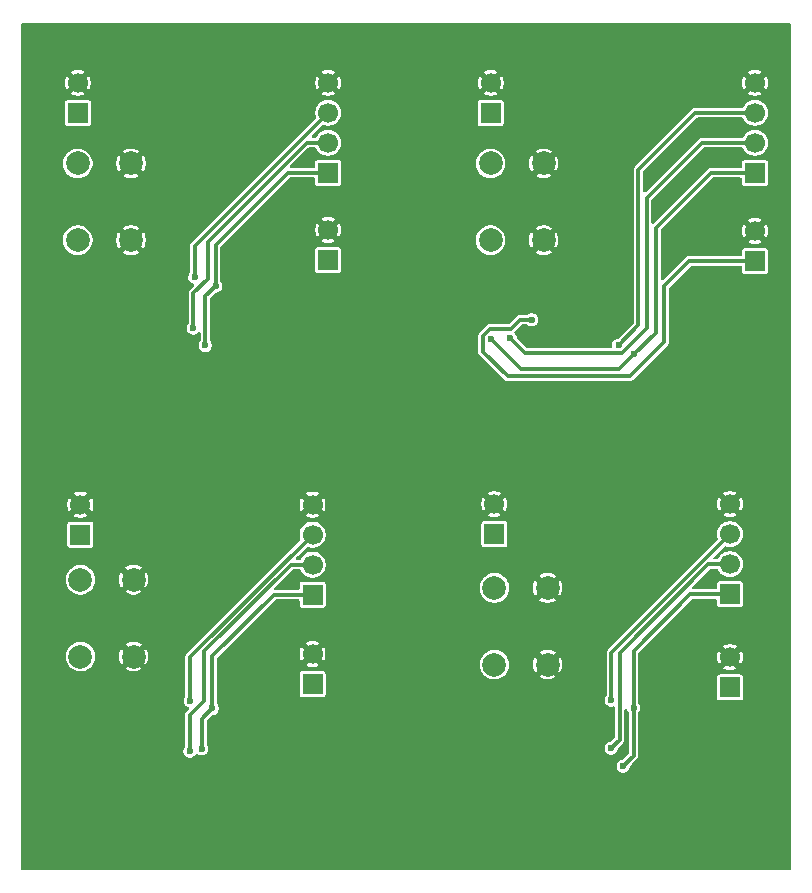
<source format=gbl>
%TF.GenerationSoftware,KiCad,Pcbnew,9.0.1*%
%TF.CreationDate,2025-05-02T17:03:06+07:00*%
%TF.ProjectId,push-button-controller,70757368-2d62-4757-9474-6f6e2d636f6e,rev?*%
%TF.SameCoordinates,Original*%
%TF.FileFunction,Copper,L2,Bot*%
%TF.FilePolarity,Positive*%
%FSLAX45Y45*%
G04 Gerber Fmt 4.5, Leading zero omitted, Abs format (unit mm)*
G04 Created by KiCad (PCBNEW 9.0.1) date 2025-05-02 17:03:06*
%MOMM*%
%LPD*%
G01*
G04 APERTURE LIST*
%TA.AperFunction,ComponentPad*%
%ADD10R,1.700000X1.700000*%
%TD*%
%TA.AperFunction,ComponentPad*%
%ADD11C,1.700000*%
%TD*%
%TA.AperFunction,ComponentPad*%
%ADD12C,2.000000*%
%TD*%
%TA.AperFunction,ViaPad*%
%ADD13C,0.600000*%
%TD*%
%TA.AperFunction,Conductor*%
%ADD14C,0.300000*%
%TD*%
G04 APERTURE END LIST*
D10*
%TO.P,J10,1,Pin_1*%
%TO.N,/LTC2955/EN{slash}~{EN}*%
X16229360Y-8735060D03*
D11*
%TO.P,J10,2,Pin_2*%
%TO.N,GND*%
X16229360Y-8481060D03*
%TD*%
D10*
%TO.P,J7,1,Pin_1*%
%TO.N,VPU_2950*%
X16018180Y-11557150D03*
D11*
%TO.P,J7,2,Pin_2*%
%TO.N,/LTC2950/~{INT}*%
X16018180Y-11303150D03*
%TO.P,J7,3,Pin_3*%
%TO.N,/LTC2950/~{KILL}*%
X16018180Y-11049150D03*
%TO.P,J7,4,Pin_4*%
%TO.N,GND*%
X16018180Y-10795150D03*
%TD*%
D12*
%TO.P,SW1,1,1*%
%TO.N,GND*%
X14474300Y-11503900D03*
X14474300Y-12153900D03*
%TO.P,SW1,2,2*%
%TO.N,Net-(R1-Pad1)*%
X14024300Y-11503900D03*
X14024300Y-12153900D03*
%TD*%
D10*
%TO.P,J8,1,Pin_1*%
%TO.N,VIN_2950*%
X14024300Y-11049500D03*
D11*
%TO.P,J8,2,Pin_2*%
%TO.N,GND*%
X14024300Y-10795500D03*
%TD*%
D10*
%TO.P,J6,1,Pin_1*%
%TO.N,/LTC2954/EN{slash}~{EN}*%
X12484100Y-12317470D03*
D11*
%TO.P,J6,2,Pin_2*%
%TO.N,GND*%
X12484100Y-12063470D03*
%TD*%
D10*
%TO.P,J11,1,Pin_1*%
%TO.N,VPU*%
X16229360Y-7988450D03*
D11*
%TO.P,J11,2,Pin_2*%
%TO.N,/LTC2955/\u002AINT*%
X16229360Y-7734450D03*
%TO.P,J11,3,Pin_3*%
%TO.N,/LTC2955/\u002AKILL*%
X16229360Y-7480450D03*
%TO.P,J11,4,Pin_4*%
%TO.N,GND*%
X16229360Y-7226450D03*
%TD*%
D10*
%TO.P,J4,1,Pin_1*%
%TO.N,VPU_2954*%
X12484100Y-11560040D03*
D11*
%TO.P,J4,2,Pin_2*%
%TO.N,/LTC2954/\u002AINT*%
X12484100Y-11306040D03*
%TO.P,J4,3,Pin_3*%
%TO.N,/LTC2954/\u002AKILL*%
X12484100Y-11052040D03*
%TO.P,J4,4,Pin_4*%
%TO.N,GND*%
X12484100Y-10798040D03*
%TD*%
D12*
%TO.P,SW4,1,1*%
%TO.N,GND*%
X14441640Y-7909800D03*
X14441640Y-8559800D03*
%TO.P,SW4,2,2*%
%TO.N,Net-(R10-Pad1)*%
X13991640Y-7909800D03*
X13991640Y-8559800D03*
%TD*%
D10*
%TO.P,J12,1,Pin_1*%
%TO.N,VIN*%
X13991640Y-7480450D03*
D11*
%TO.P,J12,2,Pin_2*%
%TO.N,GND*%
X13991640Y-7226450D03*
%TD*%
D12*
%TO.P,SW3,1,1*%
%TO.N,GND*%
X10946600Y-7909800D03*
X10946600Y-8559800D03*
%TO.P,SW3,2,2*%
%TO.N,Net-(R7-Pad1)*%
X10496600Y-7909800D03*
X10496600Y-8559800D03*
%TD*%
D10*
%TO.P,J1,1,Pin_1*%
%TO.N,VPU_2951*%
X12616880Y-7988450D03*
D11*
%TO.P,J1,2,Pin_2*%
%TO.N,/LTC2951/~INT*%
X12616880Y-7734450D03*
%TO.P,J1,3,Pin_3*%
%TO.N,/LTC2951/~KILL*%
X12616880Y-7480450D03*
%TO.P,J1,4,Pin_4*%
%TO.N,GND*%
X12616880Y-7226450D03*
%TD*%
D10*
%TO.P,J9,1,Pin_1*%
%TO.N,/LTC2950/EN{slash}~{EN}*%
X16018180Y-12346860D03*
D11*
%TO.P,J9,2,Pin_2*%
%TO.N,GND*%
X16018180Y-12092860D03*
%TD*%
D12*
%TO.P,SW2,1,1*%
%TO.N,GND*%
X10969660Y-11435320D03*
X10969660Y-12085320D03*
%TO.P,SW2,2,2*%
%TO.N,Net-(R4-Pad1)*%
X10519660Y-11435320D03*
X10519660Y-12085320D03*
%TD*%
D10*
%TO.P,J2,1,Pin_1*%
%TO.N,VIN_2951*%
X10496600Y-7480450D03*
D11*
%TO.P,J2,2,Pin_2*%
%TO.N,GND*%
X10496600Y-7226450D03*
%TD*%
D10*
%TO.P,J5,1,Pin_1*%
%TO.N,VIN_2954*%
X10519660Y-11052040D03*
D11*
%TO.P,J5,2,Pin_2*%
%TO.N,GND*%
X10519660Y-10798040D03*
%TD*%
D10*
%TO.P,J3,1,Pin_1*%
%TO.N,/LTC2951/EN{slash}~{EN}*%
X12616880Y-8727940D03*
D11*
%TO.P,J3,2,Pin_2*%
%TO.N,GND*%
X12616880Y-8473940D03*
%TD*%
D13*
%TO.N,GND*%
X11236960Y-10386060D03*
X16327120Y-9527540D03*
X11356340Y-8468360D03*
X10538460Y-13710920D03*
X13276580Y-7030720D03*
X11762740Y-7589520D03*
X12710160Y-9525000D03*
X13299440Y-8425180D03*
X10906760Y-9362440D03*
X12578080Y-13088620D03*
X15161260Y-10284460D03*
X10429240Y-12588240D03*
X14683740Y-9034780D03*
X14450060Y-12926060D03*
X12578080Y-13451840D03*
X13276580Y-10274300D03*
X13266420Y-13657580D03*
X14711680Y-8895080D03*
X11285220Y-11986260D03*
X12710160Y-9888220D03*
X11264900Y-13710920D03*
X13934440Y-12590780D03*
X10873740Y-10165080D03*
X13903960Y-9136380D03*
X16113760Y-13078460D03*
X10213340Y-6824980D03*
X16327120Y-9883140D03*
X10172700Y-13716000D03*
X10406380Y-9027160D03*
X13266420Y-11986260D03*
X11671300Y-11295380D03*
X14698980Y-12448540D03*
X11158220Y-12468860D03*
X12578080Y-12727940D03*
X14041120Y-13647420D03*
X14752320Y-13647420D03*
X16113760Y-12722860D03*
X15252700Y-7089140D03*
X15158720Y-11290300D03*
X10515600Y-10165080D03*
X11231880Y-10165080D03*
X16113760Y-13434060D03*
X16324580Y-6832600D03*
X12710160Y-9161780D03*
X14810740Y-12098020D03*
X14396720Y-13647420D03*
X16184880Y-13700760D03*
X16327120Y-9171940D03*
X14947900Y-8559800D03*
X14683740Y-9850120D03*
X11155680Y-8910320D03*
X10901680Y-13710920D03*
X10911840Y-12931140D03*
%TO.N,/LTC2951/~INT*%
X11475720Y-9304020D03*
%TO.N,VPU*%
X15209520Y-9527540D03*
X13992860Y-9395460D03*
%TO.N,/LTC2954/\u002AINT*%
X11445240Y-12885420D03*
%TO.N,/LTC2954/\u002AKILL*%
X11447780Y-12458700D03*
%TO.N,/LTC2950/~{INT}*%
X15011400Y-12862560D03*
%TO.N,/LTC2951/~KILL*%
X11485880Y-8872220D03*
%TO.N,/LTC2950/~{KILL}*%
X15013940Y-12453620D03*
%TO.N,/LTC2955/\u002AINT*%
X14157960Y-9387840D03*
%TO.N,/LTC2955/\u002AKILL*%
X15074900Y-9448800D03*
%TO.N,/LTC2955/EN{slash}~{EN}*%
X14340840Y-9232900D03*
%TO.N,VPU_2950*%
X15113000Y-13012420D03*
X15201900Y-12517120D03*
%TO.N,VPU_2954*%
X11635740Y-12524740D03*
X11546840Y-12865100D03*
%TO.N,VPU_2951*%
X11663680Y-8948420D03*
X11577320Y-9451340D03*
%TD*%
D14*
%TO.N,/LTC2951/~INT*%
X11595100Y-8573082D02*
X12433732Y-7734450D01*
X11475720Y-9008423D02*
X11595100Y-8889043D01*
X11595100Y-8889043D02*
X11595100Y-8573082D01*
X12433732Y-7734450D02*
X12616880Y-7734450D01*
X11475720Y-9304020D02*
X11475720Y-9008423D01*
%TO.N,VPU*%
X15209520Y-9527540D02*
X15394940Y-9342120D01*
X15082520Y-9654540D02*
X14251940Y-9654540D01*
X15394940Y-9342120D02*
X15394940Y-8453120D01*
X15859610Y-7988450D02*
X16229360Y-7988450D01*
X15209520Y-9527540D02*
X15082520Y-9654540D01*
X15394940Y-8453120D02*
X15859610Y-7988450D01*
X14251940Y-9654540D02*
X13992860Y-9395460D01*
%TO.N,/LTC2954/\u002AINT*%
X11564736Y-12042256D02*
X12300952Y-11306040D01*
X12300952Y-11306040D02*
X12484100Y-11306040D01*
X11564736Y-12458584D02*
X11564736Y-12042256D01*
X11445240Y-12578080D02*
X11564736Y-12458584D01*
X11445240Y-12885420D02*
X11445240Y-12578080D01*
%TO.N,/LTC2954/\u002AKILL*%
X11447780Y-12088360D02*
X12484100Y-11052040D01*
X11447780Y-12458700D02*
X11447780Y-12088360D01*
%TO.N,/LTC2950/~{INT}*%
X15835032Y-11303150D02*
X16018180Y-11303150D01*
X15085060Y-12053122D02*
X15835032Y-11303150D01*
X15011400Y-12862560D02*
X15085060Y-12788900D01*
X15085060Y-12788900D02*
X15085060Y-12053122D01*
%TO.N,/LTC2951/~KILL*%
X11485880Y-8872220D02*
X11485880Y-8611450D01*
X11485880Y-8611450D02*
X12616880Y-7480450D01*
%TO.N,/LTC2950/~{KILL}*%
X15013940Y-12053390D02*
X16018180Y-11049150D01*
X15013940Y-12453620D02*
X15013940Y-12053390D01*
%TO.N,/LTC2955/\u002AINT*%
X14284020Y-9513900D02*
X15101865Y-9513900D01*
X15313660Y-9302105D02*
X15313660Y-8199120D01*
X14157960Y-9387840D02*
X14284020Y-9513900D01*
X15313660Y-8199120D02*
X15778330Y-7734450D01*
X15778330Y-7734450D02*
X16229360Y-7734450D01*
X15101865Y-9513900D02*
X15313660Y-9302105D01*
%TO.N,/LTC2955/\u002AKILL*%
X15242540Y-7962900D02*
X15724990Y-7480450D01*
X15724990Y-7480450D02*
X16229360Y-7480450D01*
X15074900Y-9448800D02*
X15242540Y-9281160D01*
X15242540Y-9281160D02*
X15242540Y-7962900D01*
%TO.N,/LTC2955/EN{slash}~{EN}*%
X14160500Y-9309100D02*
X14236700Y-9232900D01*
X15458440Y-8948420D02*
X15458440Y-9423400D01*
X15168880Y-9712960D02*
X14135100Y-9712960D01*
X15671800Y-8735060D02*
X15458440Y-8948420D01*
X14135100Y-9712960D02*
X13927760Y-9505620D01*
X13927760Y-9505620D02*
X13927760Y-9368495D01*
X16229360Y-8735060D02*
X15671800Y-8735060D01*
X15458440Y-9423400D02*
X15168880Y-9712960D01*
X13987155Y-9309100D02*
X14160500Y-9309100D01*
X13927760Y-9368495D02*
X13987155Y-9309100D01*
X14236700Y-9232900D02*
X14340840Y-9232900D01*
%TO.N,VPU_2950*%
X15113000Y-13012420D02*
X15201900Y-12923520D01*
X15681810Y-11557150D02*
X16018180Y-11557150D01*
X15201900Y-12923520D02*
X15201900Y-12517120D01*
X15201900Y-12517120D02*
X15201900Y-12037060D01*
X15201900Y-12037060D02*
X15681810Y-11557150D01*
%TO.N,VPU_2954*%
X11546840Y-12613640D02*
X11635740Y-12524740D01*
X11546840Y-12865100D02*
X11546840Y-12613640D01*
X11635740Y-12082780D02*
X12158480Y-11560040D01*
X11635740Y-12524740D02*
X11635740Y-12082780D01*
X12158480Y-11560040D02*
X12484100Y-11560040D01*
%TO.N,VPU_2951*%
X11577320Y-9451340D02*
X11577320Y-9034780D01*
X12273130Y-7988450D02*
X12616880Y-7988450D01*
X11663680Y-8948420D02*
X11663680Y-8597900D01*
X11663680Y-8597900D02*
X12273130Y-7988450D01*
X11577320Y-9034780D02*
X11663680Y-8948420D01*
%TD*%
%TA.AperFunction,Conductor*%
%TO.N,GND*%
G36*
X16530454Y-6722058D02*
G01*
X16535029Y-6727339D01*
X16536150Y-6732490D01*
X16536150Y-13879610D01*
X16534181Y-13886314D01*
X16528901Y-13890889D01*
X16523750Y-13892010D01*
X10029410Y-13892010D01*
X10022706Y-13890041D01*
X10018131Y-13884761D01*
X10017010Y-13879610D01*
X10017010Y-12878172D01*
X11390190Y-12878172D01*
X11390190Y-12892667D01*
X11393926Y-12906611D01*
X11393942Y-12906669D01*
X11401189Y-12919221D01*
X11401189Y-12919221D01*
X11401189Y-12919221D01*
X11411438Y-12929471D01*
X11411439Y-12929471D01*
X11411439Y-12929471D01*
X11423991Y-12936718D01*
X11423991Y-12936718D01*
X11423991Y-12936718D01*
X11437992Y-12940470D01*
X11437993Y-12940470D01*
X11452487Y-12940470D01*
X11452487Y-12940470D01*
X11466488Y-12936718D01*
X11479041Y-12929471D01*
X11489291Y-12919221D01*
X11493589Y-12911776D01*
X11498646Y-12906955D01*
X11505506Y-12905633D01*
X11511993Y-12908229D01*
X11512984Y-12909109D01*
X11513039Y-12909151D01*
X11525591Y-12916398D01*
X11525591Y-12916398D01*
X11525591Y-12916398D01*
X11539592Y-12920150D01*
X11539593Y-12920150D01*
X11554087Y-12920150D01*
X11554087Y-12920150D01*
X11568088Y-12916398D01*
X11580641Y-12909151D01*
X11590891Y-12898901D01*
X11598138Y-12886348D01*
X11601890Y-12872347D01*
X11601890Y-12857852D01*
X11601209Y-12855312D01*
X14956350Y-12855312D01*
X14956350Y-12869807D01*
X14958591Y-12878173D01*
X14960102Y-12883809D01*
X14967349Y-12896361D01*
X14967349Y-12896361D01*
X14967349Y-12896361D01*
X14977598Y-12906611D01*
X14977599Y-12906611D01*
X14977599Y-12906611D01*
X14990151Y-12913858D01*
X14990151Y-12913858D01*
X14990151Y-12913858D01*
X15004152Y-12917610D01*
X15004153Y-12917610D01*
X15018647Y-12917610D01*
X15018647Y-12917610D01*
X15032648Y-12913858D01*
X15045201Y-12906611D01*
X15055451Y-12896361D01*
X15062698Y-12883808D01*
X15066450Y-12869807D01*
X15066450Y-12869285D01*
X15068418Y-12862581D01*
X15070081Y-12860518D01*
X15108630Y-12821969D01*
X15108631Y-12821968D01*
X15109651Y-12820948D01*
X15109651Y-12820948D01*
X15117108Y-12813491D01*
X15122381Y-12804359D01*
X15125110Y-12794173D01*
X15125110Y-12783627D01*
X15125110Y-12782868D01*
X15125110Y-12782866D01*
X15125110Y-12537420D01*
X15127078Y-12530716D01*
X15132359Y-12526140D01*
X15139275Y-12525146D01*
X15145630Y-12528048D01*
X15149408Y-12533926D01*
X15149486Y-12534205D01*
X15150347Y-12537420D01*
X15150602Y-12538369D01*
X15157849Y-12550921D01*
X15157849Y-12550922D01*
X15158218Y-12551290D01*
X15161567Y-12557423D01*
X15161850Y-12560059D01*
X15161850Y-12901794D01*
X15159881Y-12908498D01*
X15158218Y-12910563D01*
X15115043Y-12953738D01*
X15108910Y-12957087D01*
X15106274Y-12957370D01*
X15105752Y-12957370D01*
X15092899Y-12960814D01*
X15091751Y-12961122D01*
X15079199Y-12968369D01*
X15079198Y-12968369D01*
X15068949Y-12978618D01*
X15068949Y-12978619D01*
X15061702Y-12991171D01*
X15061702Y-12991171D01*
X15057950Y-13005172D01*
X15057950Y-13019667D01*
X15061702Y-13033668D01*
X15061702Y-13033669D01*
X15068949Y-13046221D01*
X15068949Y-13046221D01*
X15068949Y-13046221D01*
X15079198Y-13056471D01*
X15079199Y-13056471D01*
X15079199Y-13056471D01*
X15091751Y-13063718D01*
X15091751Y-13063718D01*
X15091751Y-13063718D01*
X15105752Y-13067470D01*
X15105753Y-13067470D01*
X15120247Y-13067470D01*
X15120247Y-13067470D01*
X15134248Y-13063718D01*
X15146801Y-13056471D01*
X15157051Y-13046221D01*
X15164298Y-13033668D01*
X15168050Y-13019667D01*
X15168050Y-13019145D01*
X15170018Y-13012442D01*
X15171682Y-13010377D01*
X15190888Y-12991171D01*
X15233948Y-12948111D01*
X15239221Y-12938979D01*
X15241950Y-12928793D01*
X15241950Y-12918247D01*
X15241950Y-12560059D01*
X15243918Y-12553355D01*
X15245582Y-12551290D01*
X15245951Y-12550921D01*
X15253198Y-12538368D01*
X15256950Y-12524367D01*
X15256950Y-12509872D01*
X15253198Y-12495871D01*
X15251253Y-12492502D01*
X15245951Y-12483319D01*
X15245951Y-12483318D01*
X15245582Y-12482949D01*
X15242233Y-12476817D01*
X15241950Y-12474181D01*
X15241950Y-12259392D01*
X15908130Y-12259392D01*
X15908130Y-12434328D01*
X15909583Y-12441633D01*
X15909583Y-12441634D01*
X15909583Y-12441634D01*
X15915120Y-12449920D01*
X15923406Y-12455457D01*
X15923406Y-12455457D01*
X15930712Y-12456910D01*
X15930712Y-12456910D01*
X15930713Y-12456910D01*
X16105648Y-12456910D01*
X16105648Y-12456910D01*
X16112954Y-12455457D01*
X16121240Y-12449920D01*
X16126777Y-12441634D01*
X16128230Y-12434327D01*
X16128230Y-12259393D01*
X16128230Y-12259392D01*
X16128230Y-12259392D01*
X16126777Y-12252086D01*
X16126777Y-12252086D01*
X16124903Y-12249282D01*
X16121240Y-12243800D01*
X16112954Y-12238263D01*
X16112954Y-12238263D01*
X16112953Y-12238263D01*
X16105648Y-12236810D01*
X16105647Y-12236810D01*
X15930713Y-12236810D01*
X15930712Y-12236810D01*
X15923406Y-12238263D01*
X15923406Y-12238263D01*
X15915120Y-12243800D01*
X15909583Y-12252086D01*
X15909583Y-12252086D01*
X15908130Y-12259392D01*
X15241950Y-12259392D01*
X15241950Y-12084203D01*
X15908180Y-12084203D01*
X15908180Y-12101517D01*
X15910888Y-12118618D01*
X15916239Y-12135086D01*
X15924100Y-12150512D01*
X15924551Y-12151134D01*
X15924551Y-12151134D01*
X15969884Y-12105801D01*
X15971587Y-12112159D01*
X15978170Y-12123561D01*
X15987479Y-12132870D01*
X15998881Y-12139452D01*
X16005239Y-12141156D01*
X15959906Y-12186489D01*
X15959906Y-12186489D01*
X15960527Y-12186940D01*
X15975954Y-12194801D01*
X15992421Y-12200151D01*
X16009523Y-12202860D01*
X16026837Y-12202860D01*
X16043938Y-12200151D01*
X16060406Y-12194801D01*
X16075832Y-12186940D01*
X16076454Y-12186489D01*
X16076454Y-12186489D01*
X16031121Y-12141156D01*
X16037479Y-12139452D01*
X16048881Y-12132870D01*
X16058190Y-12123561D01*
X16064772Y-12112159D01*
X16066476Y-12105801D01*
X16111809Y-12151134D01*
X16112260Y-12150512D01*
X16120121Y-12135086D01*
X16125471Y-12118618D01*
X16128180Y-12101517D01*
X16128180Y-12084203D01*
X16125471Y-12067101D01*
X16120121Y-12050634D01*
X16112260Y-12035207D01*
X16111809Y-12034586D01*
X16111809Y-12034586D01*
X16066476Y-12079919D01*
X16064772Y-12073561D01*
X16058190Y-12062159D01*
X16048881Y-12052850D01*
X16037479Y-12046267D01*
X16031121Y-12044564D01*
X16076454Y-11999231D01*
X16075832Y-11998780D01*
X16060406Y-11990919D01*
X16043938Y-11985568D01*
X16026837Y-11982860D01*
X16009523Y-11982860D01*
X15992421Y-11985568D01*
X15975954Y-11990919D01*
X15960528Y-11998779D01*
X15960526Y-11998780D01*
X15959906Y-11999231D01*
X15959906Y-11999231D01*
X16005239Y-12044564D01*
X15998881Y-12046267D01*
X15987479Y-12052850D01*
X15978170Y-12062159D01*
X15971587Y-12073561D01*
X15969884Y-12079919D01*
X15924551Y-12034586D01*
X15924551Y-12034586D01*
X15924100Y-12035206D01*
X15924099Y-12035208D01*
X15916239Y-12050634D01*
X15910888Y-12067101D01*
X15908180Y-12084203D01*
X15241950Y-12084203D01*
X15241950Y-12058785D01*
X15243918Y-12052082D01*
X15245582Y-12050017D01*
X15694767Y-11600832D01*
X15700900Y-11597483D01*
X15703535Y-11597200D01*
X15895730Y-11597200D01*
X15902434Y-11599168D01*
X15907009Y-11604449D01*
X15908130Y-11609600D01*
X15908130Y-11644618D01*
X15909583Y-11651923D01*
X15909583Y-11651924D01*
X15909583Y-11651924D01*
X15915120Y-11660210D01*
X15919445Y-11663100D01*
X15923406Y-11665747D01*
X15923406Y-11665747D01*
X15930712Y-11667200D01*
X15930712Y-11667200D01*
X15930713Y-11667200D01*
X16105648Y-11667200D01*
X16105648Y-11667200D01*
X16112954Y-11665747D01*
X16121240Y-11660210D01*
X16126777Y-11651924D01*
X16128230Y-11644617D01*
X16128230Y-11469683D01*
X16128230Y-11469682D01*
X16128230Y-11469682D01*
X16126777Y-11462376D01*
X16126777Y-11462376D01*
X16121240Y-11454090D01*
X16115104Y-11449990D01*
X16112954Y-11448553D01*
X16112953Y-11448553D01*
X16105648Y-11447100D01*
X16105647Y-11447100D01*
X15930713Y-11447100D01*
X15930712Y-11447100D01*
X15923406Y-11448553D01*
X15923406Y-11448553D01*
X15915120Y-11454090D01*
X15909583Y-11462376D01*
X15909583Y-11462376D01*
X15908130Y-11469682D01*
X15908130Y-11504700D01*
X15906161Y-11511404D01*
X15900881Y-11515979D01*
X15895730Y-11517100D01*
X15707657Y-11517100D01*
X15700953Y-11515131D01*
X15696378Y-11509851D01*
X15695384Y-11502935D01*
X15698286Y-11496580D01*
X15698889Y-11495932D01*
X15847989Y-11346832D01*
X15854122Y-11343483D01*
X15856757Y-11343200D01*
X15907476Y-11343200D01*
X15914180Y-11345168D01*
X15918524Y-11349971D01*
X15924057Y-11360829D01*
X15926156Y-11363719D01*
X15934239Y-11374843D01*
X15946487Y-11387091D01*
X15960501Y-11397273D01*
X15975935Y-11405137D01*
X15992410Y-11410490D01*
X16009519Y-11413200D01*
X16009519Y-11413200D01*
X16026841Y-11413200D01*
X16026841Y-11413200D01*
X16043950Y-11410490D01*
X16060424Y-11405137D01*
X16075859Y-11397273D01*
X16089873Y-11387091D01*
X16102121Y-11374843D01*
X16112303Y-11360829D01*
X16120167Y-11345394D01*
X16125520Y-11328920D01*
X16128230Y-11311811D01*
X16128230Y-11294489D01*
X16125520Y-11277380D01*
X16120167Y-11260905D01*
X16112303Y-11245471D01*
X16102121Y-11231457D01*
X16089873Y-11219209D01*
X16075859Y-11209027D01*
X16060424Y-11201163D01*
X16043950Y-11195810D01*
X16043950Y-11195810D01*
X16043950Y-11195810D01*
X16030807Y-11193728D01*
X16026841Y-11193100D01*
X16009519Y-11193100D01*
X16005553Y-11193728D01*
X15992410Y-11195810D01*
X15975935Y-11201163D01*
X15960501Y-11209027D01*
X15952506Y-11214836D01*
X15946487Y-11219209D01*
X15946487Y-11219209D01*
X15946487Y-11219209D01*
X15934239Y-11231457D01*
X15934239Y-11231457D01*
X15934239Y-11231457D01*
X15932139Y-11234347D01*
X15924057Y-11245471D01*
X15918524Y-11256329D01*
X15913727Y-11261409D01*
X15907476Y-11263100D01*
X15890805Y-11263100D01*
X15884102Y-11261131D01*
X15879526Y-11255851D01*
X15878532Y-11248935D01*
X15881434Y-11242580D01*
X15882037Y-11241932D01*
X15901871Y-11222099D01*
X15968220Y-11155749D01*
X15974352Y-11152401D01*
X15980819Y-11152724D01*
X15992410Y-11156490D01*
X16009519Y-11159200D01*
X16009519Y-11159200D01*
X16026841Y-11159200D01*
X16026841Y-11159200D01*
X16043950Y-11156490D01*
X16060424Y-11151137D01*
X16075859Y-11143273D01*
X16089873Y-11133091D01*
X16102121Y-11120843D01*
X16112303Y-11106829D01*
X16120167Y-11091395D01*
X16125520Y-11074920D01*
X16128230Y-11057811D01*
X16128230Y-11040489D01*
X16125520Y-11023380D01*
X16120167Y-11006906D01*
X16112303Y-10991471D01*
X16102121Y-10977457D01*
X16089873Y-10965209D01*
X16075859Y-10955027D01*
X16060424Y-10947163D01*
X16043950Y-10941810D01*
X16043950Y-10941810D01*
X16043950Y-10941810D01*
X16029051Y-10939450D01*
X16026841Y-10939100D01*
X16009519Y-10939100D01*
X16007309Y-10939450D01*
X15992410Y-10941810D01*
X15975935Y-10947163D01*
X15960501Y-10955027D01*
X15952506Y-10960836D01*
X15946487Y-10965209D01*
X15946487Y-10965209D01*
X15946487Y-10965209D01*
X15934239Y-10977457D01*
X15934239Y-10977457D01*
X15934239Y-10977457D01*
X15932139Y-10980347D01*
X15924057Y-10991471D01*
X15916193Y-11006905D01*
X15910840Y-11023380D01*
X15908130Y-11040489D01*
X15908130Y-11057811D01*
X15910840Y-11074920D01*
X15914606Y-11086510D01*
X15914805Y-11093494D01*
X15911581Y-11099110D01*
X14981892Y-12028798D01*
X14981892Y-12028799D01*
X14978192Y-12035208D01*
X14976619Y-12037931D01*
X14975333Y-12042730D01*
X14975333Y-12042730D01*
X14975333Y-12042730D01*
X14973890Y-12048117D01*
X14973890Y-12410681D01*
X14971921Y-12417385D01*
X14970258Y-12419449D01*
X14969889Y-12419818D01*
X14969889Y-12419819D01*
X14962642Y-12432371D01*
X14962642Y-12432371D01*
X14958890Y-12446372D01*
X14958890Y-12460867D01*
X14962457Y-12474181D01*
X14962642Y-12474869D01*
X14969889Y-12487421D01*
X14969889Y-12487421D01*
X14969889Y-12487421D01*
X14980138Y-12497671D01*
X14980139Y-12497671D01*
X14980139Y-12497671D01*
X14992691Y-12504918D01*
X14992691Y-12504918D01*
X14992691Y-12504918D01*
X15006692Y-12508670D01*
X15006693Y-12508670D01*
X15021187Y-12508670D01*
X15021187Y-12508670D01*
X15029401Y-12506469D01*
X15036386Y-12506635D01*
X15042172Y-12510552D01*
X15044922Y-12516974D01*
X15045010Y-12518447D01*
X15045010Y-12767174D01*
X15043041Y-12773878D01*
X15041378Y-12775943D01*
X15013443Y-12803878D01*
X15007310Y-12807227D01*
X15004674Y-12807510D01*
X15004152Y-12807510D01*
X14991299Y-12810954D01*
X14990151Y-12811262D01*
X14977599Y-12818509D01*
X14977598Y-12818509D01*
X14967349Y-12828758D01*
X14967349Y-12828759D01*
X14960102Y-12841311D01*
X14960102Y-12841311D01*
X14956350Y-12855312D01*
X11601209Y-12855312D01*
X11598138Y-12843851D01*
X11596672Y-12841311D01*
X11590891Y-12831299D01*
X11590891Y-12831298D01*
X11590522Y-12830929D01*
X11587173Y-12824797D01*
X11586890Y-12822161D01*
X11586890Y-12635365D01*
X11588858Y-12628662D01*
X11590522Y-12626597D01*
X11633697Y-12583422D01*
X11639830Y-12580073D01*
X11642465Y-12579790D01*
X11642987Y-12579790D01*
X11642987Y-12579790D01*
X11656988Y-12576038D01*
X11669541Y-12568791D01*
X11679791Y-12558541D01*
X11687038Y-12545988D01*
X11690790Y-12531987D01*
X11690790Y-12517492D01*
X11687038Y-12503491D01*
X11686611Y-12502751D01*
X11679791Y-12490939D01*
X11679791Y-12490938D01*
X11679422Y-12490569D01*
X11676073Y-12484437D01*
X11675790Y-12481801D01*
X11675790Y-12230002D01*
X12374050Y-12230002D01*
X12374050Y-12404938D01*
X12375503Y-12412243D01*
X12375503Y-12412244D01*
X12375503Y-12412244D01*
X12381040Y-12420530D01*
X12389326Y-12426067D01*
X12389326Y-12426067D01*
X12396632Y-12427520D01*
X12396632Y-12427520D01*
X12396633Y-12427520D01*
X12571568Y-12427520D01*
X12571568Y-12427520D01*
X12578874Y-12426067D01*
X12587160Y-12420530D01*
X12592697Y-12412244D01*
X12594150Y-12404937D01*
X12594150Y-12230003D01*
X12594150Y-12230002D01*
X12594150Y-12230002D01*
X12592697Y-12222696D01*
X12592697Y-12222696D01*
X12587160Y-12214410D01*
X12581039Y-12210320D01*
X12578874Y-12208873D01*
X12578873Y-12208873D01*
X12571568Y-12207420D01*
X12571567Y-12207420D01*
X12396633Y-12207420D01*
X12396632Y-12207420D01*
X12389326Y-12208873D01*
X12389326Y-12208873D01*
X12381040Y-12214410D01*
X12375503Y-12222696D01*
X12375503Y-12222696D01*
X12374050Y-12230002D01*
X11675790Y-12230002D01*
X11675790Y-12104505D01*
X11677758Y-12097802D01*
X11679422Y-12095737D01*
X11720346Y-12054813D01*
X12374100Y-12054813D01*
X12374100Y-12072127D01*
X12376808Y-12089228D01*
X12382159Y-12105696D01*
X12390020Y-12121122D01*
X12390471Y-12121744D01*
X12390471Y-12121744D01*
X12435804Y-12076411D01*
X12437507Y-12082769D01*
X12444090Y-12094171D01*
X12453399Y-12103480D01*
X12464801Y-12110062D01*
X12471159Y-12111766D01*
X12425826Y-12157099D01*
X12425826Y-12157099D01*
X12426447Y-12157550D01*
X12441874Y-12165411D01*
X12458341Y-12170761D01*
X12475443Y-12173470D01*
X12492757Y-12173470D01*
X12509858Y-12170761D01*
X12526326Y-12165411D01*
X12541752Y-12157550D01*
X12542374Y-12157099D01*
X12542374Y-12157099D01*
X12529332Y-12144058D01*
X13899250Y-12144058D01*
X13899250Y-12163742D01*
X13902329Y-12183183D01*
X13908412Y-12201903D01*
X13914784Y-12214410D01*
X13917348Y-12219440D01*
X13928917Y-12235365D01*
X13942835Y-12249283D01*
X13958759Y-12260852D01*
X13967045Y-12265074D01*
X13976297Y-12269788D01*
X13976297Y-12269788D01*
X13976297Y-12269788D01*
X13986332Y-12273049D01*
X13995017Y-12275871D01*
X14014458Y-12278950D01*
X14014458Y-12278950D01*
X14034142Y-12278950D01*
X14053583Y-12275871D01*
X14053733Y-12275822D01*
X14072302Y-12269788D01*
X14089840Y-12260852D01*
X14105765Y-12249283D01*
X14119683Y-12235365D01*
X14131252Y-12219440D01*
X14140188Y-12201902D01*
X14146271Y-12183183D01*
X14147378Y-12176194D01*
X14149350Y-12163742D01*
X14149350Y-12144062D01*
X14349300Y-12144062D01*
X14349300Y-12163738D01*
X14352378Y-12183170D01*
X14358458Y-12201883D01*
X14367390Y-12219414D01*
X14369932Y-12222912D01*
X14369932Y-12222912D01*
X14421921Y-12170923D01*
X14423048Y-12175129D01*
X14430289Y-12187671D01*
X14440529Y-12197911D01*
X14453071Y-12205152D01*
X14457276Y-12206279D01*
X14405287Y-12258268D01*
X14405287Y-12258268D01*
X14408786Y-12260810D01*
X14426316Y-12269742D01*
X14445029Y-12275822D01*
X14464462Y-12278900D01*
X14484138Y-12278900D01*
X14503570Y-12275822D01*
X14522283Y-12269742D01*
X14539814Y-12260809D01*
X14543312Y-12258268D01*
X14543313Y-12258268D01*
X14491323Y-12206279D01*
X14495529Y-12205152D01*
X14508071Y-12197911D01*
X14518311Y-12187671D01*
X14525552Y-12175129D01*
X14526679Y-12170923D01*
X14578668Y-12222913D01*
X14578668Y-12222912D01*
X14581209Y-12219414D01*
X14590142Y-12201883D01*
X14596222Y-12183170D01*
X14599300Y-12163738D01*
X14599300Y-12144062D01*
X14596222Y-12124629D01*
X14590142Y-12105916D01*
X14581210Y-12088386D01*
X14578668Y-12084887D01*
X14578668Y-12084887D01*
X14526679Y-12136876D01*
X14525552Y-12132671D01*
X14518311Y-12120129D01*
X14508071Y-12109889D01*
X14495529Y-12102648D01*
X14491323Y-12101521D01*
X14543312Y-12049532D01*
X14543312Y-12049532D01*
X14539814Y-12046990D01*
X14522283Y-12038058D01*
X14503570Y-12031978D01*
X14484138Y-12028900D01*
X14464462Y-12028900D01*
X14445029Y-12031978D01*
X14426316Y-12038058D01*
X14408786Y-12046990D01*
X14408786Y-12046990D01*
X14405287Y-12049532D01*
X14405287Y-12049532D01*
X14457276Y-12101521D01*
X14453071Y-12102648D01*
X14440529Y-12109889D01*
X14430289Y-12120129D01*
X14423048Y-12132671D01*
X14421921Y-12136876D01*
X14369932Y-12084887D01*
X14369932Y-12084887D01*
X14367390Y-12088386D01*
X14367390Y-12088386D01*
X14358458Y-12105916D01*
X14352378Y-12124629D01*
X14349300Y-12144062D01*
X14149350Y-12144062D01*
X14149350Y-12144058D01*
X14146271Y-12124617D01*
X14142223Y-12112159D01*
X14140188Y-12105897D01*
X14140188Y-12105897D01*
X14140188Y-12105897D01*
X14134213Y-12094171D01*
X14131252Y-12088359D01*
X14119683Y-12072435D01*
X14105765Y-12058517D01*
X14089840Y-12046948D01*
X14088506Y-12046267D01*
X14072303Y-12038012D01*
X14053583Y-12031929D01*
X14034142Y-12028850D01*
X14034142Y-12028850D01*
X14014458Y-12028850D01*
X14014458Y-12028850D01*
X13995017Y-12031929D01*
X13976297Y-12038012D01*
X13958759Y-12046948D01*
X13949674Y-12053548D01*
X13942835Y-12058517D01*
X13942835Y-12058517D01*
X13942835Y-12058517D01*
X13928917Y-12072435D01*
X13928917Y-12072435D01*
X13928917Y-12072435D01*
X13924817Y-12078079D01*
X13917348Y-12088359D01*
X13908412Y-12105897D01*
X13902329Y-12124617D01*
X13899250Y-12144058D01*
X12529332Y-12144058D01*
X12497041Y-12111766D01*
X12503399Y-12110062D01*
X12514801Y-12103480D01*
X12524110Y-12094171D01*
X12530692Y-12082769D01*
X12532396Y-12076411D01*
X12577729Y-12121744D01*
X12578180Y-12121122D01*
X12586041Y-12105696D01*
X12591391Y-12089228D01*
X12594100Y-12072127D01*
X12594100Y-12054813D01*
X12591391Y-12037711D01*
X12586041Y-12021244D01*
X12578180Y-12005817D01*
X12577729Y-12005196D01*
X12577729Y-12005196D01*
X12532396Y-12050529D01*
X12530692Y-12044171D01*
X12524110Y-12032769D01*
X12514801Y-12023460D01*
X12503399Y-12016877D01*
X12497041Y-12015174D01*
X12542374Y-11969841D01*
X12541752Y-11969390D01*
X12526326Y-11961529D01*
X12509858Y-11956178D01*
X12492757Y-11953470D01*
X12475443Y-11953470D01*
X12458341Y-11956178D01*
X12441874Y-11961529D01*
X12426448Y-11969389D01*
X12426446Y-11969390D01*
X12425826Y-11969841D01*
X12425826Y-11969841D01*
X12471159Y-12015174D01*
X12464801Y-12016877D01*
X12453399Y-12023460D01*
X12444090Y-12032769D01*
X12437507Y-12044171D01*
X12435804Y-12050529D01*
X12390471Y-12005196D01*
X12390471Y-12005196D01*
X12390020Y-12005816D01*
X12390019Y-12005818D01*
X12382159Y-12021244D01*
X12376808Y-12037711D01*
X12374100Y-12054813D01*
X11720346Y-12054813D01*
X12171437Y-11603722D01*
X12177570Y-11600373D01*
X12180205Y-11600090D01*
X12361650Y-11600090D01*
X12368354Y-11602058D01*
X12372929Y-11607339D01*
X12374050Y-11612490D01*
X12374050Y-11647508D01*
X12375503Y-11654813D01*
X12375503Y-11654814D01*
X12375503Y-11654814D01*
X12381040Y-11663100D01*
X12389326Y-11668637D01*
X12389326Y-11668637D01*
X12396632Y-11670090D01*
X12396632Y-11670090D01*
X12396633Y-11670090D01*
X12571568Y-11670090D01*
X12571568Y-11670090D01*
X12578874Y-11668637D01*
X12587160Y-11663100D01*
X12592697Y-11654814D01*
X12594150Y-11647507D01*
X12594150Y-11494058D01*
X13899250Y-11494058D01*
X13899250Y-11513742D01*
X13902329Y-11533183D01*
X13908412Y-11551903D01*
X13917334Y-11569414D01*
X13917348Y-11569440D01*
X13928917Y-11585365D01*
X13942835Y-11599283D01*
X13958759Y-11610852D01*
X13967045Y-11615074D01*
X13976297Y-11619788D01*
X13976297Y-11619788D01*
X13976297Y-11619788D01*
X13986332Y-11623049D01*
X13995017Y-11625871D01*
X14014458Y-11628950D01*
X14014458Y-11628950D01*
X14034142Y-11628950D01*
X14053583Y-11625871D01*
X14053733Y-11625822D01*
X14072302Y-11619788D01*
X14089840Y-11610852D01*
X14105765Y-11599283D01*
X14119683Y-11585365D01*
X14131252Y-11569440D01*
X14140188Y-11551902D01*
X14146271Y-11533183D01*
X14147472Y-11525601D01*
X14149350Y-11513742D01*
X14149350Y-11494062D01*
X14349300Y-11494062D01*
X14349300Y-11513738D01*
X14352378Y-11533170D01*
X14358458Y-11551883D01*
X14367390Y-11569414D01*
X14369932Y-11572912D01*
X14369932Y-11572912D01*
X14421921Y-11520923D01*
X14423048Y-11525129D01*
X14430289Y-11537671D01*
X14440529Y-11547911D01*
X14453071Y-11555152D01*
X14457276Y-11556279D01*
X14405287Y-11608268D01*
X14405287Y-11608268D01*
X14408786Y-11610810D01*
X14426316Y-11619742D01*
X14445029Y-11625822D01*
X14464462Y-11628900D01*
X14484138Y-11628900D01*
X14503570Y-11625822D01*
X14522283Y-11619742D01*
X14539814Y-11610809D01*
X14543312Y-11608268D01*
X14543313Y-11608268D01*
X14491323Y-11556279D01*
X14495529Y-11555152D01*
X14508071Y-11547911D01*
X14518311Y-11537671D01*
X14525552Y-11525129D01*
X14526679Y-11520923D01*
X14578668Y-11572913D01*
X14578668Y-11572912D01*
X14581209Y-11569414D01*
X14590142Y-11551883D01*
X14596222Y-11533170D01*
X14599300Y-11513738D01*
X14599300Y-11494062D01*
X14596222Y-11474629D01*
X14590142Y-11455916D01*
X14581210Y-11438386D01*
X14578668Y-11434887D01*
X14578668Y-11434887D01*
X14526679Y-11486876D01*
X14525552Y-11482671D01*
X14518311Y-11470129D01*
X14508071Y-11459889D01*
X14495529Y-11452648D01*
X14491323Y-11451521D01*
X14543312Y-11399532D01*
X14543312Y-11399532D01*
X14539814Y-11396990D01*
X14522283Y-11388058D01*
X14503570Y-11381978D01*
X14484138Y-11378900D01*
X14464462Y-11378900D01*
X14445029Y-11381978D01*
X14426316Y-11388058D01*
X14408786Y-11396990D01*
X14408786Y-11396990D01*
X14405287Y-11399532D01*
X14405287Y-11399532D01*
X14457276Y-11451521D01*
X14453071Y-11452648D01*
X14440529Y-11459889D01*
X14430289Y-11470129D01*
X14423048Y-11482671D01*
X14421921Y-11486876D01*
X14369932Y-11434887D01*
X14369932Y-11434887D01*
X14367390Y-11438386D01*
X14367390Y-11438386D01*
X14358458Y-11455916D01*
X14352378Y-11474629D01*
X14349300Y-11494062D01*
X14149350Y-11494062D01*
X14149350Y-11494058D01*
X14146271Y-11474617D01*
X14140540Y-11456980D01*
X14140188Y-11455897D01*
X14140188Y-11455897D01*
X14140188Y-11455897D01*
X14133393Y-11442561D01*
X14131252Y-11438359D01*
X14119683Y-11422435D01*
X14105765Y-11408517D01*
X14089840Y-11396948D01*
X14072303Y-11388012D01*
X14053583Y-11381929D01*
X14034142Y-11378850D01*
X14034142Y-11378850D01*
X14014458Y-11378850D01*
X14014458Y-11378850D01*
X13995017Y-11381929D01*
X13976297Y-11388012D01*
X13958759Y-11396948D01*
X13949674Y-11403548D01*
X13942835Y-11408517D01*
X13942835Y-11408517D01*
X13942835Y-11408517D01*
X13928917Y-11422435D01*
X13928917Y-11422435D01*
X13928917Y-11422435D01*
X13924817Y-11428079D01*
X13917348Y-11438359D01*
X13908412Y-11455897D01*
X13902329Y-11474617D01*
X13899250Y-11494058D01*
X12594150Y-11494058D01*
X12594150Y-11472573D01*
X12594150Y-11472572D01*
X12594150Y-11472572D01*
X12592697Y-11465266D01*
X12592697Y-11465266D01*
X12592253Y-11464603D01*
X12587160Y-11456980D01*
X12581623Y-11453280D01*
X12578874Y-11451443D01*
X12578873Y-11451443D01*
X12571568Y-11449990D01*
X12571567Y-11449990D01*
X12396633Y-11449990D01*
X12396632Y-11449990D01*
X12389326Y-11451443D01*
X12389326Y-11451443D01*
X12381040Y-11456980D01*
X12375503Y-11465266D01*
X12375503Y-11465266D01*
X12374050Y-11472572D01*
X12374050Y-11507590D01*
X12372081Y-11514294D01*
X12366801Y-11518869D01*
X12361650Y-11519990D01*
X12173577Y-11519990D01*
X12166873Y-11518021D01*
X12162298Y-11512741D01*
X12161303Y-11505825D01*
X12164206Y-11499470D01*
X12164809Y-11498822D01*
X12228311Y-11435320D01*
X12313909Y-11349722D01*
X12320042Y-11346373D01*
X12322677Y-11346090D01*
X12373396Y-11346090D01*
X12380100Y-11348058D01*
X12384444Y-11352861D01*
X12389977Y-11363719D01*
X12393036Y-11367929D01*
X12400159Y-11377733D01*
X12412407Y-11389981D01*
X12426421Y-11400163D01*
X12441855Y-11408027D01*
X12458330Y-11413380D01*
X12475439Y-11416090D01*
X12475439Y-11416090D01*
X12492761Y-11416090D01*
X12492761Y-11416090D01*
X12509870Y-11413380D01*
X12526344Y-11408027D01*
X12541779Y-11400163D01*
X12555793Y-11389981D01*
X12568041Y-11377733D01*
X12578223Y-11363719D01*
X12586087Y-11348284D01*
X12591440Y-11331810D01*
X12594150Y-11314701D01*
X12594150Y-11297379D01*
X12591440Y-11280270D01*
X12586087Y-11263795D01*
X12578223Y-11248361D01*
X12568041Y-11234347D01*
X12555793Y-11222099D01*
X12541779Y-11211917D01*
X12526344Y-11204053D01*
X12509870Y-11198700D01*
X12509870Y-11198700D01*
X12509870Y-11198700D01*
X12496727Y-11196618D01*
X12492761Y-11195990D01*
X12475439Y-11195990D01*
X12471473Y-11196618D01*
X12458330Y-11198700D01*
X12441855Y-11204053D01*
X12426421Y-11211917D01*
X12418426Y-11217726D01*
X12412407Y-11222099D01*
X12412407Y-11222099D01*
X12412407Y-11222099D01*
X12400159Y-11234347D01*
X12400159Y-11234347D01*
X12400159Y-11234347D01*
X12397100Y-11238557D01*
X12389977Y-11248361D01*
X12384444Y-11259219D01*
X12379647Y-11264299D01*
X12373396Y-11265990D01*
X12356725Y-11265990D01*
X12350022Y-11264021D01*
X12345446Y-11258741D01*
X12344452Y-11251825D01*
X12347354Y-11245470D01*
X12347957Y-11244822D01*
X12361322Y-11231457D01*
X12434140Y-11158639D01*
X12440272Y-11155291D01*
X12446739Y-11155614D01*
X12458330Y-11159380D01*
X12475439Y-11162090D01*
X12475439Y-11162090D01*
X12492761Y-11162090D01*
X12492761Y-11162090D01*
X12509870Y-11159380D01*
X12526344Y-11154027D01*
X12541779Y-11146163D01*
X12555793Y-11135981D01*
X12568041Y-11123733D01*
X12578223Y-11109719D01*
X12586087Y-11094285D01*
X12591440Y-11077810D01*
X12594150Y-11060701D01*
X12594150Y-11043379D01*
X12591440Y-11026270D01*
X12586087Y-11009796D01*
X12578223Y-10994361D01*
X12568041Y-10980347D01*
X12555793Y-10968099D01*
X12547443Y-10962032D01*
X13914250Y-10962032D01*
X13914250Y-11136968D01*
X13915703Y-11144274D01*
X13915703Y-11144274D01*
X13915703Y-11144274D01*
X13921240Y-11152560D01*
X13929526Y-11158097D01*
X13929526Y-11158097D01*
X13936832Y-11159550D01*
X13936832Y-11159550D01*
X13936833Y-11159550D01*
X14111768Y-11159550D01*
X14111768Y-11159550D01*
X14119074Y-11158097D01*
X14127360Y-11152560D01*
X14132897Y-11144274D01*
X14134350Y-11136967D01*
X14134350Y-10962033D01*
X14134350Y-10962032D01*
X14134350Y-10962032D01*
X14132897Y-10954726D01*
X14132897Y-10954726D01*
X14129774Y-10950053D01*
X14127360Y-10946440D01*
X14121823Y-10942741D01*
X14119074Y-10940903D01*
X14119073Y-10940903D01*
X14111768Y-10939450D01*
X14111767Y-10939450D01*
X13936833Y-10939450D01*
X13936832Y-10939450D01*
X13929526Y-10940903D01*
X13929526Y-10940903D01*
X13921240Y-10946440D01*
X13915703Y-10954726D01*
X13915703Y-10954726D01*
X13914250Y-10962032D01*
X12547443Y-10962032D01*
X12541779Y-10957917D01*
X12526344Y-10950053D01*
X12509870Y-10944700D01*
X12509870Y-10944700D01*
X12509870Y-10944700D01*
X12496727Y-10942618D01*
X12492761Y-10941990D01*
X12475439Y-10941990D01*
X12471473Y-10942618D01*
X12458330Y-10944700D01*
X12441855Y-10950053D01*
X12426421Y-10957917D01*
X12420757Y-10962032D01*
X12412407Y-10968099D01*
X12412407Y-10968099D01*
X12412407Y-10968099D01*
X12400159Y-10980347D01*
X12400159Y-10980347D01*
X12400159Y-10980347D01*
X12395786Y-10986366D01*
X12389977Y-10994361D01*
X12382113Y-11009795D01*
X12376760Y-11026270D01*
X12374050Y-11043379D01*
X12374050Y-11060701D01*
X12376760Y-11077810D01*
X12380526Y-11089400D01*
X12380725Y-11096384D01*
X12377501Y-11102000D01*
X11415732Y-12063768D01*
X11415732Y-12063769D01*
X11410459Y-12072901D01*
X11407939Y-12082305D01*
X11407939Y-12082305D01*
X11407730Y-12083087D01*
X11407730Y-12415761D01*
X11405761Y-12422465D01*
X11404098Y-12424529D01*
X11403729Y-12424898D01*
X11403729Y-12424899D01*
X11396482Y-12437451D01*
X11396482Y-12437451D01*
X11392730Y-12451452D01*
X11392730Y-12465947D01*
X11396482Y-12479948D01*
X11396482Y-12479949D01*
X11403729Y-12492501D01*
X11403729Y-12492501D01*
X11403729Y-12492501D01*
X11413978Y-12502751D01*
X11413979Y-12502751D01*
X11413979Y-12502751D01*
X11426531Y-12509998D01*
X11426531Y-12509998D01*
X11426531Y-12509998D01*
X11429565Y-12510811D01*
X11435531Y-12514448D01*
X11438584Y-12520732D01*
X11437754Y-12527670D01*
X11435124Y-12531557D01*
X11413192Y-12553488D01*
X11413192Y-12553489D01*
X11407919Y-12562621D01*
X11407919Y-12562621D01*
X11405190Y-12572807D01*
X11405190Y-12842481D01*
X11403221Y-12849185D01*
X11401558Y-12851249D01*
X11401189Y-12851618D01*
X11401189Y-12851619D01*
X11393942Y-12864171D01*
X11393942Y-12864171D01*
X11390190Y-12878172D01*
X10017010Y-12878172D01*
X10017010Y-12075478D01*
X10394610Y-12075478D01*
X10394610Y-12095162D01*
X10397689Y-12114603D01*
X10403772Y-12133323D01*
X10410567Y-12146659D01*
X10412708Y-12150860D01*
X10424277Y-12166785D01*
X10438195Y-12180703D01*
X10454120Y-12192272D01*
X10459082Y-12194801D01*
X10471657Y-12201208D01*
X10471657Y-12201208D01*
X10471658Y-12201208D01*
X10476741Y-12202860D01*
X10490377Y-12207291D01*
X10509818Y-12210370D01*
X10509818Y-12210370D01*
X10529502Y-12210370D01*
X10548943Y-12207291D01*
X10555526Y-12205152D01*
X10567663Y-12201208D01*
X10585201Y-12192272D01*
X10601125Y-12180703D01*
X10615043Y-12166785D01*
X10626612Y-12150860D01*
X10635548Y-12133322D01*
X10641631Y-12114603D01*
X10642378Y-12109889D01*
X10644710Y-12095162D01*
X10644710Y-12075482D01*
X10844660Y-12075482D01*
X10844660Y-12095158D01*
X10847738Y-12114590D01*
X10853818Y-12133303D01*
X10862751Y-12150834D01*
X10865292Y-12154332D01*
X10865292Y-12154332D01*
X10917281Y-12102343D01*
X10918408Y-12106549D01*
X10925649Y-12119091D01*
X10935889Y-12129331D01*
X10948431Y-12136572D01*
X10952636Y-12137699D01*
X10900647Y-12189688D01*
X10900647Y-12189688D01*
X10904146Y-12192230D01*
X10921676Y-12201162D01*
X10940389Y-12207242D01*
X10959822Y-12210320D01*
X10979498Y-12210320D01*
X10998931Y-12207242D01*
X11017644Y-12201162D01*
X11035174Y-12192229D01*
X11038673Y-12189688D01*
X11038673Y-12189688D01*
X10986684Y-12137699D01*
X10990889Y-12136572D01*
X11003431Y-12129331D01*
X11013671Y-12119091D01*
X11020912Y-12106549D01*
X11022039Y-12102343D01*
X11074028Y-12154333D01*
X11074028Y-12154332D01*
X11076570Y-12150834D01*
X11085502Y-12133303D01*
X11091582Y-12114590D01*
X11094660Y-12095158D01*
X11094660Y-12075482D01*
X11091582Y-12056049D01*
X11085502Y-12037336D01*
X11076570Y-12019806D01*
X11074028Y-12016307D01*
X11074028Y-12016307D01*
X11022039Y-12068296D01*
X11020912Y-12064091D01*
X11013671Y-12051549D01*
X11003431Y-12041309D01*
X10990889Y-12034068D01*
X10986683Y-12032941D01*
X11038673Y-11980952D01*
X11038673Y-11980952D01*
X11035175Y-11978410D01*
X11017644Y-11969478D01*
X10998931Y-11963398D01*
X10979498Y-11960320D01*
X10959822Y-11960320D01*
X10940389Y-11963398D01*
X10921676Y-11969478D01*
X10904146Y-11978410D01*
X10904146Y-11978410D01*
X10900647Y-11980952D01*
X10900647Y-11980952D01*
X10952637Y-12032941D01*
X10948431Y-12034068D01*
X10935889Y-12041309D01*
X10925649Y-12051549D01*
X10918408Y-12064091D01*
X10917281Y-12068296D01*
X10865292Y-12016307D01*
X10865292Y-12016307D01*
X10862750Y-12019806D01*
X10862750Y-12019806D01*
X10853818Y-12037336D01*
X10847738Y-12056049D01*
X10844660Y-12075482D01*
X10644710Y-12075482D01*
X10644710Y-12075478D01*
X10641631Y-12056037D01*
X10638456Y-12046267D01*
X10635548Y-12037317D01*
X10635548Y-12037317D01*
X10635548Y-12037317D01*
X10627359Y-12021244D01*
X10626612Y-12019779D01*
X10615043Y-12003855D01*
X10601125Y-11989937D01*
X10585201Y-11978368D01*
X10567663Y-11969432D01*
X10548943Y-11963349D01*
X10529502Y-11960270D01*
X10529502Y-11960270D01*
X10509818Y-11960270D01*
X10509818Y-11960270D01*
X10490377Y-11963349D01*
X10471657Y-11969432D01*
X10454119Y-11978368D01*
X10445034Y-11984968D01*
X10438195Y-11989937D01*
X10438195Y-11989937D01*
X10438195Y-11989937D01*
X10424277Y-12003855D01*
X10424277Y-12003855D01*
X10424277Y-12003855D01*
X10422851Y-12005818D01*
X10412708Y-12019779D01*
X10403772Y-12037317D01*
X10397689Y-12056037D01*
X10394610Y-12075478D01*
X10017010Y-12075478D01*
X10017010Y-11425478D01*
X10394610Y-11425478D01*
X10394610Y-11445162D01*
X10397689Y-11464603D01*
X10403772Y-11483323D01*
X10412694Y-11500834D01*
X10412708Y-11500860D01*
X10424277Y-11516785D01*
X10438195Y-11530703D01*
X10454120Y-11542272D01*
X10462406Y-11546494D01*
X10471657Y-11551208D01*
X10471657Y-11551208D01*
X10471658Y-11551208D01*
X10481692Y-11554469D01*
X10490377Y-11557291D01*
X10509818Y-11560370D01*
X10509818Y-11560370D01*
X10529502Y-11560370D01*
X10548943Y-11557291D01*
X10555526Y-11555152D01*
X10567663Y-11551208D01*
X10585201Y-11542272D01*
X10601125Y-11530703D01*
X10615043Y-11516785D01*
X10626612Y-11500860D01*
X10635548Y-11483322D01*
X10641631Y-11464603D01*
X10642838Y-11456980D01*
X10644710Y-11445162D01*
X10644710Y-11425482D01*
X10844660Y-11425482D01*
X10844660Y-11445158D01*
X10847738Y-11464590D01*
X10853818Y-11483303D01*
X10862751Y-11500834D01*
X10865292Y-11504332D01*
X10865292Y-11504332D01*
X10917281Y-11452343D01*
X10918408Y-11456549D01*
X10925649Y-11469091D01*
X10935889Y-11479331D01*
X10948431Y-11486572D01*
X10952636Y-11487699D01*
X10900647Y-11539688D01*
X10900647Y-11539688D01*
X10904146Y-11542230D01*
X10921676Y-11551162D01*
X10940389Y-11557242D01*
X10959822Y-11560320D01*
X10979498Y-11560320D01*
X10998931Y-11557242D01*
X11017644Y-11551162D01*
X11035174Y-11542229D01*
X11038673Y-11539688D01*
X11038673Y-11539688D01*
X10986684Y-11487699D01*
X10990889Y-11486572D01*
X11003431Y-11479331D01*
X11013671Y-11469091D01*
X11020912Y-11456549D01*
X11022039Y-11452343D01*
X11074028Y-11504333D01*
X11074028Y-11504332D01*
X11076570Y-11500834D01*
X11085502Y-11483303D01*
X11091582Y-11464590D01*
X11094660Y-11445158D01*
X11094660Y-11425482D01*
X11091582Y-11406049D01*
X11085502Y-11387336D01*
X11076570Y-11369806D01*
X11074028Y-11366307D01*
X11074028Y-11366307D01*
X11022039Y-11418296D01*
X11020912Y-11414091D01*
X11013671Y-11401549D01*
X11003431Y-11391309D01*
X10990889Y-11384068D01*
X10986683Y-11382941D01*
X11038673Y-11330952D01*
X11038673Y-11330952D01*
X11035175Y-11328410D01*
X11017644Y-11319478D01*
X10998931Y-11313398D01*
X10979498Y-11310320D01*
X10959822Y-11310320D01*
X10940389Y-11313398D01*
X10921676Y-11319478D01*
X10904146Y-11328410D01*
X10904146Y-11328410D01*
X10900647Y-11330952D01*
X10900647Y-11330952D01*
X10952637Y-11382941D01*
X10948431Y-11384068D01*
X10935889Y-11391309D01*
X10925649Y-11401549D01*
X10918408Y-11414091D01*
X10917281Y-11418296D01*
X10865292Y-11366307D01*
X10865292Y-11366307D01*
X10862750Y-11369806D01*
X10862750Y-11369806D01*
X10853818Y-11387336D01*
X10847738Y-11406049D01*
X10844660Y-11425482D01*
X10644710Y-11425482D01*
X10644710Y-11425478D01*
X10641631Y-11406037D01*
X10636845Y-11391309D01*
X10635548Y-11387317D01*
X10635548Y-11387317D01*
X10635548Y-11387317D01*
X10630665Y-11377733D01*
X10626612Y-11369779D01*
X10615043Y-11353855D01*
X10601125Y-11339937D01*
X10585201Y-11328368D01*
X10567663Y-11319432D01*
X10548943Y-11313349D01*
X10529502Y-11310270D01*
X10529502Y-11310270D01*
X10509818Y-11310270D01*
X10509818Y-11310270D01*
X10490377Y-11313349D01*
X10471657Y-11319432D01*
X10454119Y-11328368D01*
X10449381Y-11331810D01*
X10438195Y-11339937D01*
X10438195Y-11339937D01*
X10438195Y-11339937D01*
X10424277Y-11353855D01*
X10424277Y-11353855D01*
X10424277Y-11353855D01*
X10419309Y-11360694D01*
X10412708Y-11369779D01*
X10403772Y-11387317D01*
X10397689Y-11406037D01*
X10394610Y-11425478D01*
X10017010Y-11425478D01*
X10017010Y-10964572D01*
X10409610Y-10964572D01*
X10409610Y-11139508D01*
X10411063Y-11146814D01*
X10411063Y-11146814D01*
X10411063Y-11146814D01*
X10416600Y-11155100D01*
X10423260Y-11159550D01*
X10424886Y-11160637D01*
X10424886Y-11160637D01*
X10432192Y-11162090D01*
X10432192Y-11162090D01*
X10432193Y-11162090D01*
X10607128Y-11162090D01*
X10607128Y-11162090D01*
X10614434Y-11160637D01*
X10622720Y-11155100D01*
X10628257Y-11146814D01*
X10629710Y-11139507D01*
X10629710Y-10964573D01*
X10629710Y-10964572D01*
X10629710Y-10964572D01*
X10628257Y-10957266D01*
X10628257Y-10957266D01*
X10626560Y-10954726D01*
X10622720Y-10948980D01*
X10614434Y-10943443D01*
X10614434Y-10943443D01*
X10614434Y-10943443D01*
X10607128Y-10941990D01*
X10607127Y-10941990D01*
X10432193Y-10941990D01*
X10432192Y-10941990D01*
X10424886Y-10943443D01*
X10424886Y-10943443D01*
X10416600Y-10948980D01*
X10411063Y-10957266D01*
X10411063Y-10957266D01*
X10409610Y-10964572D01*
X10017010Y-10964572D01*
X10017010Y-10789383D01*
X10409660Y-10789383D01*
X10409660Y-10806697D01*
X10412369Y-10823798D01*
X10417719Y-10840266D01*
X10425580Y-10855693D01*
X10426031Y-10856314D01*
X10426031Y-10856314D01*
X10471364Y-10810981D01*
X10473068Y-10817339D01*
X10479650Y-10828741D01*
X10488959Y-10838050D01*
X10500361Y-10844633D01*
X10506719Y-10846336D01*
X10461386Y-10891669D01*
X10461386Y-10891669D01*
X10462007Y-10892120D01*
X10477434Y-10899981D01*
X10493902Y-10905331D01*
X10511003Y-10908040D01*
X10528317Y-10908040D01*
X10545418Y-10905331D01*
X10561886Y-10899981D01*
X10577313Y-10892120D01*
X10577934Y-10891669D01*
X10532601Y-10846336D01*
X10538959Y-10844633D01*
X10550361Y-10838050D01*
X10559670Y-10828741D01*
X10566253Y-10817339D01*
X10567956Y-10810981D01*
X10613289Y-10856314D01*
X10613289Y-10856314D01*
X10613740Y-10855693D01*
X10621601Y-10840266D01*
X10626951Y-10823798D01*
X10629660Y-10806697D01*
X10629660Y-10789383D01*
X12374100Y-10789383D01*
X12374100Y-10806697D01*
X12376808Y-10823798D01*
X12382159Y-10840266D01*
X12390020Y-10855693D01*
X12390471Y-10856314D01*
X12390471Y-10856314D01*
X12435804Y-10810981D01*
X12437507Y-10817339D01*
X12444090Y-10828741D01*
X12453399Y-10838050D01*
X12464801Y-10844633D01*
X12471159Y-10846336D01*
X12425826Y-10891669D01*
X12425826Y-10891669D01*
X12426447Y-10892120D01*
X12441874Y-10899981D01*
X12458341Y-10905331D01*
X12475443Y-10908040D01*
X12492757Y-10908040D01*
X12509858Y-10905331D01*
X12526326Y-10899981D01*
X12541752Y-10892120D01*
X12542374Y-10891669D01*
X12542374Y-10891669D01*
X12497041Y-10846336D01*
X12503399Y-10844633D01*
X12514801Y-10838050D01*
X12524110Y-10828741D01*
X12530692Y-10817339D01*
X12532396Y-10810981D01*
X12577729Y-10856314D01*
X12578180Y-10855693D01*
X12586041Y-10840266D01*
X12591391Y-10823798D01*
X12594100Y-10806697D01*
X12594100Y-10789383D01*
X12593928Y-10788295D01*
X12593928Y-10788295D01*
X12593698Y-10786843D01*
X13914300Y-10786843D01*
X13914300Y-10804157D01*
X13917008Y-10821258D01*
X13922359Y-10837726D01*
X13930220Y-10853153D01*
X13930671Y-10853774D01*
X13930671Y-10853774D01*
X13976004Y-10808441D01*
X13977707Y-10814799D01*
X13984290Y-10826201D01*
X13993599Y-10835510D01*
X14005001Y-10842093D01*
X14011359Y-10843796D01*
X13966026Y-10889129D01*
X13966026Y-10889129D01*
X13966647Y-10889580D01*
X13982074Y-10897441D01*
X13998541Y-10902791D01*
X14015643Y-10905500D01*
X14032957Y-10905500D01*
X14050058Y-10902791D01*
X14066526Y-10897441D01*
X14081952Y-10889580D01*
X14082574Y-10889129D01*
X14082574Y-10889129D01*
X14037241Y-10843796D01*
X14043599Y-10842093D01*
X14055001Y-10835510D01*
X14064310Y-10826201D01*
X14070892Y-10814799D01*
X14072596Y-10808441D01*
X14117929Y-10853774D01*
X14117929Y-10853774D01*
X14118380Y-10853153D01*
X14126241Y-10837726D01*
X14131591Y-10821258D01*
X14134300Y-10804157D01*
X14134300Y-10786844D01*
X14134300Y-10786842D01*
X14134244Y-10786493D01*
X15908180Y-10786493D01*
X15908180Y-10803807D01*
X15910888Y-10820908D01*
X15916239Y-10837376D01*
X15924100Y-10852803D01*
X15924551Y-10853424D01*
X15924551Y-10853424D01*
X15969884Y-10808091D01*
X15971587Y-10814449D01*
X15978170Y-10825851D01*
X15987479Y-10835160D01*
X15998881Y-10841743D01*
X16005239Y-10843446D01*
X15959906Y-10888779D01*
X15959906Y-10888779D01*
X15960527Y-10889230D01*
X15975954Y-10897091D01*
X15992421Y-10902441D01*
X16009523Y-10905150D01*
X16026837Y-10905150D01*
X16043938Y-10902441D01*
X16060406Y-10897091D01*
X16075832Y-10889230D01*
X16076454Y-10888779D01*
X16076454Y-10888779D01*
X16031121Y-10843446D01*
X16037479Y-10841743D01*
X16048881Y-10835160D01*
X16058190Y-10825851D01*
X16064772Y-10814449D01*
X16066476Y-10808091D01*
X16111809Y-10853424D01*
X16112260Y-10852803D01*
X16120121Y-10837376D01*
X16125471Y-10820908D01*
X16128180Y-10803807D01*
X16128180Y-10786493D01*
X16125471Y-10769392D01*
X16120121Y-10752924D01*
X16112260Y-10737497D01*
X16111809Y-10736876D01*
X16111809Y-10736876D01*
X16066476Y-10782209D01*
X16064772Y-10775851D01*
X16058190Y-10764449D01*
X16048881Y-10755140D01*
X16037479Y-10748558D01*
X16031121Y-10746854D01*
X16076454Y-10701521D01*
X16075832Y-10701070D01*
X16060406Y-10693209D01*
X16043938Y-10687859D01*
X16026837Y-10685150D01*
X16009523Y-10685150D01*
X15992421Y-10687859D01*
X15975954Y-10693209D01*
X15960528Y-10701069D01*
X15960526Y-10701070D01*
X15959906Y-10701521D01*
X15959906Y-10701521D01*
X16005239Y-10746854D01*
X15998881Y-10748558D01*
X15987479Y-10755140D01*
X15978170Y-10764449D01*
X15971587Y-10775851D01*
X15969884Y-10782209D01*
X15924551Y-10736876D01*
X15924551Y-10736876D01*
X15924100Y-10737496D01*
X15924099Y-10737498D01*
X15916239Y-10752924D01*
X15910888Y-10769392D01*
X15908180Y-10786493D01*
X14134244Y-10786493D01*
X14131591Y-10769742D01*
X14126241Y-10753274D01*
X14118380Y-10737847D01*
X14117929Y-10737226D01*
X14117929Y-10737226D01*
X14072596Y-10782559D01*
X14070892Y-10776201D01*
X14064310Y-10764799D01*
X14055001Y-10755490D01*
X14043599Y-10748908D01*
X14037241Y-10747204D01*
X14082574Y-10701871D01*
X14082574Y-10701871D01*
X14081952Y-10701420D01*
X14066526Y-10693559D01*
X14050058Y-10688209D01*
X14032957Y-10685500D01*
X14015643Y-10685500D01*
X13998541Y-10688209D01*
X13982074Y-10693559D01*
X13966648Y-10701419D01*
X13966646Y-10701420D01*
X13966026Y-10701871D01*
X13966026Y-10701871D01*
X14011359Y-10747204D01*
X14005001Y-10748908D01*
X13993599Y-10755490D01*
X13984290Y-10764799D01*
X13977707Y-10776201D01*
X13976004Y-10782559D01*
X13930671Y-10737226D01*
X13930671Y-10737226D01*
X13930220Y-10737846D01*
X13930219Y-10737848D01*
X13922359Y-10753274D01*
X13917008Y-10769742D01*
X13914300Y-10786843D01*
X12593698Y-10786843D01*
X12591391Y-10772282D01*
X12586041Y-10755814D01*
X12578180Y-10740387D01*
X12577729Y-10739766D01*
X12577729Y-10739766D01*
X12532396Y-10785099D01*
X12530692Y-10778741D01*
X12524110Y-10767339D01*
X12514801Y-10758030D01*
X12503399Y-10751448D01*
X12497041Y-10749744D01*
X12542374Y-10704411D01*
X12542374Y-10704411D01*
X12541752Y-10703960D01*
X12526326Y-10696099D01*
X12509858Y-10690749D01*
X12492757Y-10688040D01*
X12475443Y-10688040D01*
X12458341Y-10690749D01*
X12441874Y-10696099D01*
X12426448Y-10703959D01*
X12426446Y-10703960D01*
X12425826Y-10704411D01*
X12425826Y-10704411D01*
X12471159Y-10749744D01*
X12464801Y-10751448D01*
X12453399Y-10758030D01*
X12444090Y-10767339D01*
X12437507Y-10778741D01*
X12435804Y-10785099D01*
X12390471Y-10739766D01*
X12390471Y-10739766D01*
X12390020Y-10740386D01*
X12390019Y-10740388D01*
X12382159Y-10755814D01*
X12376808Y-10772282D01*
X12374100Y-10789383D01*
X10629660Y-10789383D01*
X10626951Y-10772282D01*
X10621601Y-10755814D01*
X10613740Y-10740387D01*
X10613289Y-10739766D01*
X10613289Y-10739766D01*
X10567956Y-10785099D01*
X10566253Y-10778741D01*
X10559670Y-10767339D01*
X10550361Y-10758030D01*
X10538959Y-10751448D01*
X10532601Y-10749744D01*
X10577934Y-10704411D01*
X10577313Y-10703960D01*
X10561886Y-10696099D01*
X10545418Y-10690749D01*
X10528317Y-10688040D01*
X10511003Y-10688040D01*
X10493902Y-10690749D01*
X10477434Y-10696099D01*
X10462008Y-10703959D01*
X10462006Y-10703960D01*
X10461386Y-10704411D01*
X10461386Y-10704411D01*
X10506719Y-10749744D01*
X10500361Y-10751448D01*
X10488959Y-10758030D01*
X10479650Y-10767339D01*
X10473068Y-10778741D01*
X10471364Y-10785099D01*
X10426031Y-10739766D01*
X10426031Y-10739766D01*
X10425580Y-10740386D01*
X10425579Y-10740388D01*
X10417719Y-10755814D01*
X10412369Y-10772282D01*
X10409660Y-10789383D01*
X10017010Y-10789383D01*
X10017010Y-9296773D01*
X11420670Y-9296773D01*
X11420670Y-9311268D01*
X11424422Y-9325269D01*
X11424422Y-9325269D01*
X11431669Y-9337821D01*
X11431669Y-9337821D01*
X11431669Y-9337822D01*
X11441918Y-9348071D01*
X11441919Y-9348071D01*
X11441919Y-9348071D01*
X11454471Y-9355318D01*
X11454471Y-9355318D01*
X11454471Y-9355318D01*
X11468472Y-9359070D01*
X11468473Y-9359070D01*
X11482967Y-9359070D01*
X11482967Y-9359070D01*
X11496968Y-9355318D01*
X11509521Y-9348071D01*
X11516102Y-9341491D01*
X11522234Y-9338142D01*
X11529203Y-9338640D01*
X11534797Y-9342828D01*
X11537238Y-9349374D01*
X11537270Y-9350259D01*
X11537270Y-9408401D01*
X11535301Y-9415105D01*
X11533638Y-9417170D01*
X11533269Y-9417538D01*
X11533269Y-9417539D01*
X11526022Y-9430091D01*
X11526022Y-9430092D01*
X11522270Y-9444093D01*
X11522270Y-9458588D01*
X11525832Y-9471882D01*
X11526022Y-9472589D01*
X11533269Y-9485141D01*
X11533269Y-9485141D01*
X11533269Y-9485142D01*
X11543518Y-9495391D01*
X11543519Y-9495391D01*
X11543519Y-9495391D01*
X11556071Y-9502638D01*
X11556071Y-9502638D01*
X11556071Y-9502638D01*
X11570072Y-9506390D01*
X11570073Y-9506390D01*
X11584567Y-9506390D01*
X11584567Y-9506390D01*
X11598568Y-9502638D01*
X11611121Y-9495391D01*
X11621371Y-9485142D01*
X11628618Y-9472589D01*
X11632370Y-9458588D01*
X11632370Y-9444093D01*
X11628618Y-9430092D01*
X11627799Y-9428673D01*
X11621371Y-9417539D01*
X11621371Y-9417538D01*
X11621002Y-9417170D01*
X11617653Y-9411037D01*
X11617370Y-9408401D01*
X11617370Y-9363222D01*
X13887710Y-9363222D01*
X13887710Y-9510893D01*
X13890439Y-9521079D01*
X13893076Y-9525645D01*
X13895712Y-9530211D01*
X14103052Y-9737551D01*
X14103052Y-9737551D01*
X14110509Y-9745008D01*
X14119641Y-9750281D01*
X14129827Y-9753010D01*
X14129827Y-9753010D01*
X15174152Y-9753010D01*
X15174153Y-9753010D01*
X15184339Y-9750281D01*
X15193471Y-9745008D01*
X15483031Y-9455448D01*
X15483031Y-9455448D01*
X15490488Y-9447991D01*
X15493433Y-9442890D01*
X15495761Y-9438859D01*
X15498490Y-9428673D01*
X15498490Y-9418127D01*
X15498490Y-8970146D01*
X15500458Y-8963442D01*
X15502122Y-8961377D01*
X15684757Y-8778742D01*
X15690890Y-8775393D01*
X15693525Y-8775110D01*
X16106910Y-8775110D01*
X16113614Y-8777079D01*
X16118189Y-8782359D01*
X16119310Y-8787510D01*
X16119310Y-8822528D01*
X16120763Y-8829834D01*
X16120763Y-8829834D01*
X16120763Y-8829834D01*
X16126300Y-8838120D01*
X16134586Y-8843657D01*
X16134586Y-8843657D01*
X16141892Y-8845110D01*
X16141892Y-8845110D01*
X16141893Y-8845110D01*
X16316828Y-8845110D01*
X16316828Y-8845110D01*
X16324134Y-8843657D01*
X16332420Y-8838120D01*
X16337957Y-8829834D01*
X16339410Y-8822527D01*
X16339410Y-8647593D01*
X16339410Y-8647592D01*
X16339410Y-8647592D01*
X16337957Y-8640286D01*
X16337957Y-8640286D01*
X16332420Y-8632000D01*
X16324134Y-8626463D01*
X16324134Y-8626463D01*
X16324133Y-8626463D01*
X16316828Y-8625010D01*
X16316827Y-8625010D01*
X16141893Y-8625010D01*
X16141892Y-8625010D01*
X16134586Y-8626463D01*
X16134586Y-8626463D01*
X16126300Y-8632000D01*
X16120763Y-8640286D01*
X16120763Y-8640286D01*
X16119310Y-8647592D01*
X16119310Y-8682610D01*
X16117341Y-8689314D01*
X16112061Y-8693889D01*
X16106910Y-8695010D01*
X15666527Y-8695010D01*
X15656341Y-8697739D01*
X15647209Y-8703012D01*
X15647208Y-8703012D01*
X15456158Y-8894063D01*
X15450026Y-8897411D01*
X15443057Y-8896913D01*
X15437463Y-8892726D01*
X15435022Y-8886179D01*
X15434990Y-8885295D01*
X15434990Y-8474846D01*
X15435707Y-8472403D01*
X16119360Y-8472403D01*
X16119360Y-8489717D01*
X16122068Y-8506818D01*
X16127419Y-8523286D01*
X16135280Y-8538713D01*
X16135731Y-8539334D01*
X16135731Y-8539334D01*
X16181064Y-8494001D01*
X16182767Y-8500359D01*
X16189350Y-8511761D01*
X16198659Y-8521070D01*
X16210061Y-8527653D01*
X16216419Y-8529356D01*
X16171086Y-8574689D01*
X16171086Y-8574689D01*
X16171707Y-8575140D01*
X16187134Y-8583001D01*
X16203601Y-8588351D01*
X16220703Y-8591060D01*
X16238017Y-8591060D01*
X16255118Y-8588351D01*
X16271586Y-8583001D01*
X16287012Y-8575140D01*
X16287634Y-8574689D01*
X16287634Y-8574689D01*
X16242301Y-8529356D01*
X16248659Y-8527653D01*
X16260061Y-8521070D01*
X16269370Y-8511761D01*
X16275952Y-8500359D01*
X16277656Y-8494001D01*
X16322989Y-8539334D01*
X16323440Y-8538713D01*
X16331301Y-8523286D01*
X16336651Y-8506818D01*
X16339360Y-8489717D01*
X16339360Y-8472403D01*
X16336651Y-8455302D01*
X16331301Y-8438834D01*
X16323440Y-8423407D01*
X16322989Y-8422786D01*
X16322989Y-8422786D01*
X16277656Y-8468119D01*
X16275952Y-8461761D01*
X16269370Y-8450359D01*
X16260061Y-8441050D01*
X16248659Y-8434468D01*
X16242301Y-8432764D01*
X16287634Y-8387431D01*
X16287012Y-8386980D01*
X16271586Y-8379119D01*
X16255118Y-8373768D01*
X16238017Y-8371060D01*
X16220703Y-8371060D01*
X16203601Y-8373768D01*
X16187134Y-8379119D01*
X16171708Y-8386979D01*
X16171706Y-8386980D01*
X16171086Y-8387431D01*
X16171086Y-8387431D01*
X16216419Y-8432764D01*
X16210061Y-8434468D01*
X16198659Y-8441050D01*
X16189350Y-8450359D01*
X16182767Y-8461761D01*
X16181064Y-8468119D01*
X16135731Y-8422786D01*
X16135731Y-8422786D01*
X16135280Y-8423406D01*
X16135279Y-8423408D01*
X16127419Y-8438834D01*
X16122068Y-8455302D01*
X16119360Y-8472403D01*
X15435707Y-8472403D01*
X15435854Y-8471901D01*
X15436507Y-8468903D01*
X15436882Y-8468401D01*
X15436958Y-8468142D01*
X15438622Y-8466077D01*
X15872567Y-8032132D01*
X15878700Y-8028783D01*
X15881335Y-8028500D01*
X16106910Y-8028500D01*
X16113614Y-8030468D01*
X16118189Y-8035749D01*
X16119310Y-8040900D01*
X16119310Y-8075918D01*
X16120763Y-8083223D01*
X16120763Y-8083224D01*
X16120763Y-8083224D01*
X16126300Y-8091510D01*
X16134586Y-8097047D01*
X16134586Y-8097047D01*
X16141892Y-8098500D01*
X16141892Y-8098500D01*
X16141893Y-8098500D01*
X16316828Y-8098500D01*
X16316828Y-8098500D01*
X16324134Y-8097047D01*
X16332420Y-8091510D01*
X16337957Y-8083224D01*
X16339410Y-8075917D01*
X16339410Y-7900983D01*
X16339410Y-7900982D01*
X16339410Y-7900982D01*
X16337957Y-7893676D01*
X16337957Y-7893676D01*
X16332420Y-7885390D01*
X16326883Y-7881690D01*
X16324134Y-7879853D01*
X16324133Y-7879853D01*
X16316828Y-7878400D01*
X16316827Y-7878400D01*
X16141893Y-7878400D01*
X16141892Y-7878400D01*
X16134586Y-7879853D01*
X16134586Y-7879853D01*
X16126300Y-7885390D01*
X16120763Y-7893676D01*
X16120763Y-7893676D01*
X16119310Y-7900982D01*
X16119310Y-7936000D01*
X16117341Y-7942704D01*
X16112061Y-7947279D01*
X16106910Y-7948400D01*
X15854337Y-7948400D01*
X15844151Y-7951129D01*
X15835019Y-7956402D01*
X15835018Y-7956402D01*
X15374878Y-8416543D01*
X15368746Y-8419891D01*
X15361777Y-8419393D01*
X15356183Y-8415206D01*
X15353742Y-8408659D01*
X15353710Y-8407775D01*
X15353710Y-8220845D01*
X15355678Y-8214142D01*
X15357342Y-8212077D01*
X15791287Y-7778132D01*
X15797420Y-7774783D01*
X15800055Y-7774500D01*
X16118656Y-7774500D01*
X16125360Y-7776468D01*
X16129704Y-7781271D01*
X16135237Y-7792129D01*
X16136566Y-7793958D01*
X16145419Y-7806143D01*
X16157667Y-7818391D01*
X16171681Y-7828573D01*
X16187115Y-7836437D01*
X16203590Y-7841790D01*
X16220699Y-7844500D01*
X16220699Y-7844500D01*
X16238021Y-7844500D01*
X16238021Y-7844500D01*
X16255130Y-7841790D01*
X16271604Y-7836437D01*
X16287039Y-7828573D01*
X16301053Y-7818391D01*
X16313301Y-7806143D01*
X16323483Y-7792129D01*
X16331347Y-7776694D01*
X16336700Y-7760220D01*
X16339410Y-7743111D01*
X16339410Y-7725789D01*
X16336700Y-7708680D01*
X16331347Y-7692205D01*
X16323483Y-7676771D01*
X16313301Y-7662757D01*
X16301053Y-7650509D01*
X16287039Y-7640327D01*
X16271604Y-7632463D01*
X16255130Y-7627110D01*
X16255130Y-7627110D01*
X16255130Y-7627110D01*
X16241987Y-7625028D01*
X16238021Y-7624400D01*
X16220699Y-7624400D01*
X16216733Y-7625028D01*
X16203590Y-7627110D01*
X16187115Y-7632463D01*
X16171681Y-7640327D01*
X16163686Y-7646136D01*
X16157667Y-7650509D01*
X16157667Y-7650509D01*
X16157667Y-7650509D01*
X16145419Y-7662757D01*
X16145419Y-7662757D01*
X16145419Y-7662757D01*
X16142360Y-7666967D01*
X16135237Y-7676771D01*
X16129704Y-7687629D01*
X16124907Y-7692709D01*
X16118656Y-7694400D01*
X15773057Y-7694400D01*
X15762871Y-7697129D01*
X15753739Y-7702402D01*
X15753738Y-7702402D01*
X15303758Y-8152383D01*
X15297626Y-8155731D01*
X15290657Y-8155233D01*
X15285063Y-8151045D01*
X15282622Y-8144499D01*
X15282590Y-8143614D01*
X15282590Y-7984625D01*
X15284558Y-7977922D01*
X15286222Y-7975857D01*
X15737947Y-7524132D01*
X15744080Y-7520783D01*
X15746715Y-7520500D01*
X16118656Y-7520500D01*
X16125360Y-7522468D01*
X16129704Y-7527271D01*
X16135237Y-7538129D01*
X16138296Y-7542339D01*
X16145419Y-7552143D01*
X16157667Y-7564391D01*
X16171681Y-7574573D01*
X16187115Y-7582437D01*
X16203590Y-7587790D01*
X16220699Y-7590500D01*
X16220699Y-7590500D01*
X16238021Y-7590500D01*
X16238021Y-7590500D01*
X16255130Y-7587790D01*
X16271604Y-7582437D01*
X16287039Y-7574573D01*
X16301053Y-7564391D01*
X16313301Y-7552143D01*
X16323483Y-7538129D01*
X16331347Y-7522694D01*
X16336700Y-7506220D01*
X16339410Y-7489111D01*
X16339410Y-7471789D01*
X16336700Y-7454680D01*
X16331347Y-7438205D01*
X16323483Y-7422771D01*
X16313301Y-7408757D01*
X16301053Y-7396509D01*
X16287039Y-7386327D01*
X16271604Y-7378463D01*
X16255130Y-7373110D01*
X16255130Y-7373110D01*
X16255130Y-7373110D01*
X16241987Y-7371028D01*
X16238021Y-7370400D01*
X16220699Y-7370400D01*
X16216733Y-7371028D01*
X16203590Y-7373110D01*
X16187115Y-7378463D01*
X16171681Y-7386327D01*
X16163686Y-7392136D01*
X16157667Y-7396509D01*
X16157667Y-7396509D01*
X16157667Y-7396509D01*
X16145419Y-7408757D01*
X16145419Y-7408757D01*
X16145419Y-7408757D01*
X16142360Y-7412967D01*
X16135237Y-7422771D01*
X16129704Y-7433629D01*
X16124907Y-7438709D01*
X16118656Y-7440400D01*
X15719717Y-7440400D01*
X15709531Y-7443129D01*
X15709531Y-7443129D01*
X15706463Y-7444900D01*
X15703431Y-7446651D01*
X15700399Y-7448402D01*
X15700398Y-7448402D01*
X15210492Y-7938308D01*
X15210492Y-7938309D01*
X15205219Y-7947441D01*
X15205219Y-7947441D01*
X15202490Y-7957627D01*
X15202490Y-9259435D01*
X15200521Y-9266138D01*
X15198858Y-9268203D01*
X15076943Y-9390118D01*
X15070810Y-9393467D01*
X15068174Y-9393750D01*
X15067652Y-9393750D01*
X15054799Y-9397194D01*
X15053651Y-9397502D01*
X15041099Y-9404749D01*
X15041098Y-9404749D01*
X15030849Y-9414998D01*
X15030849Y-9414999D01*
X15023602Y-9427551D01*
X15023602Y-9427552D01*
X15019850Y-9441553D01*
X15019850Y-9456048D01*
X15020399Y-9458097D01*
X15020438Y-9458241D01*
X15020271Y-9465226D01*
X15016355Y-9471012D01*
X15009932Y-9473762D01*
X15008460Y-9473850D01*
X14305745Y-9473850D01*
X14299041Y-9471882D01*
X14296977Y-9470218D01*
X14216642Y-9389883D01*
X14213293Y-9383750D01*
X14213010Y-9381115D01*
X14213010Y-9380593D01*
X14213010Y-9380593D01*
X14209258Y-9366592D01*
X14207366Y-9363315D01*
X14202011Y-9354039D01*
X14202011Y-9354038D01*
X14195874Y-9347902D01*
X14192525Y-9341769D01*
X14193024Y-9334800D01*
X14195874Y-9330365D01*
X14249657Y-9276582D01*
X14255790Y-9273233D01*
X14258425Y-9272950D01*
X14297901Y-9272950D01*
X14304605Y-9274919D01*
X14306669Y-9276582D01*
X14307038Y-9276951D01*
X14307039Y-9276951D01*
X14307039Y-9276951D01*
X14319591Y-9284198D01*
X14319591Y-9284198D01*
X14319591Y-9284198D01*
X14333592Y-9287950D01*
X14333593Y-9287950D01*
X14348087Y-9287950D01*
X14348087Y-9287950D01*
X14362088Y-9284198D01*
X14374641Y-9276951D01*
X14384891Y-9266702D01*
X14392138Y-9254149D01*
X14395890Y-9240148D01*
X14395890Y-9225653D01*
X14392138Y-9211652D01*
X14390208Y-9208309D01*
X14384891Y-9199099D01*
X14384891Y-9199098D01*
X14374642Y-9188849D01*
X14374641Y-9188849D01*
X14362089Y-9181602D01*
X14362089Y-9181602D01*
X14360941Y-9181294D01*
X14348087Y-9177850D01*
X14333592Y-9177850D01*
X14320739Y-9181294D01*
X14319591Y-9181602D01*
X14307039Y-9188849D01*
X14307038Y-9188849D01*
X14306669Y-9189218D01*
X14300537Y-9192567D01*
X14297901Y-9192850D01*
X14242734Y-9192850D01*
X14242732Y-9192850D01*
X14241973Y-9192850D01*
X14231427Y-9192850D01*
X14224637Y-9194670D01*
X14221241Y-9195579D01*
X14212108Y-9200852D01*
X14147543Y-9265418D01*
X14141410Y-9268767D01*
X14138774Y-9269050D01*
X13981882Y-9269050D01*
X13971696Y-9271779D01*
X13969668Y-9272950D01*
X13969668Y-9272950D01*
X13962564Y-9277052D01*
X13962563Y-9277052D01*
X13895712Y-9343903D01*
X13895712Y-9343903D01*
X13890439Y-9353036D01*
X13888822Y-9359070D01*
X13887710Y-9363222D01*
X11617370Y-9363222D01*
X11617370Y-9056506D01*
X11619338Y-9049802D01*
X11621002Y-9047737D01*
X11661637Y-9007102D01*
X11667770Y-9003753D01*
X11670405Y-9003470D01*
X11670927Y-9003470D01*
X11670927Y-9003470D01*
X11684928Y-8999718D01*
X11697481Y-8992471D01*
X11707731Y-8982222D01*
X11714978Y-8969669D01*
X11718730Y-8955668D01*
X11718730Y-8941173D01*
X11714978Y-8927172D01*
X11714461Y-8926276D01*
X11707731Y-8914619D01*
X11707731Y-8914618D01*
X11707362Y-8914250D01*
X11704013Y-8908117D01*
X11703730Y-8905481D01*
X11703730Y-8640472D01*
X12506830Y-8640472D01*
X12506830Y-8815408D01*
X12508283Y-8822714D01*
X12508283Y-8822714D01*
X12508283Y-8822714D01*
X12513820Y-8831000D01*
X12520777Y-8835649D01*
X12522106Y-8836537D01*
X12522106Y-8836537D01*
X12529412Y-8837990D01*
X12529412Y-8837990D01*
X12529413Y-8837990D01*
X12704348Y-8837990D01*
X12704348Y-8837990D01*
X12711654Y-8836537D01*
X12719940Y-8831000D01*
X12725477Y-8822714D01*
X12726930Y-8815407D01*
X12726930Y-8640473D01*
X12726930Y-8640472D01*
X12726930Y-8640472D01*
X12725477Y-8633166D01*
X12725477Y-8633166D01*
X12719940Y-8624880D01*
X12711654Y-8619343D01*
X12711654Y-8619343D01*
X12711653Y-8619343D01*
X12704348Y-8617890D01*
X12704347Y-8617890D01*
X12529413Y-8617890D01*
X12529412Y-8617890D01*
X12522106Y-8619343D01*
X12522106Y-8619343D01*
X12513820Y-8624880D01*
X12508283Y-8633166D01*
X12508283Y-8633166D01*
X12506830Y-8640472D01*
X11703730Y-8640472D01*
X11703730Y-8619625D01*
X11705698Y-8612922D01*
X11707362Y-8610857D01*
X11852936Y-8465283D01*
X12506880Y-8465283D01*
X12506880Y-8482597D01*
X12509588Y-8499698D01*
X12514939Y-8516166D01*
X12522800Y-8531593D01*
X12523251Y-8532214D01*
X12523251Y-8532214D01*
X12568584Y-8486881D01*
X12570287Y-8493239D01*
X12576870Y-8504641D01*
X12586179Y-8513950D01*
X12597581Y-8520533D01*
X12603939Y-8522236D01*
X12558606Y-8567569D01*
X12558606Y-8567569D01*
X12559227Y-8568020D01*
X12574654Y-8575881D01*
X12591121Y-8581231D01*
X12608223Y-8583940D01*
X12625537Y-8583940D01*
X12642638Y-8581231D01*
X12659106Y-8575881D01*
X12674532Y-8568020D01*
X12675154Y-8567569D01*
X12675154Y-8567569D01*
X12657542Y-8549958D01*
X13866590Y-8549958D01*
X13866590Y-8569642D01*
X13869669Y-8589083D01*
X13875752Y-8607803D01*
X13880559Y-8617237D01*
X13884688Y-8625341D01*
X13896257Y-8641265D01*
X13910175Y-8655183D01*
X13926099Y-8666752D01*
X13934385Y-8670974D01*
X13943637Y-8675688D01*
X13943637Y-8675688D01*
X13943637Y-8675688D01*
X13953672Y-8678949D01*
X13962357Y-8681771D01*
X13981798Y-8684850D01*
X13981798Y-8684850D01*
X14001482Y-8684850D01*
X14020923Y-8681771D01*
X14021073Y-8681722D01*
X14039642Y-8675688D01*
X14057180Y-8666752D01*
X14073105Y-8655183D01*
X14087023Y-8641265D01*
X14098592Y-8625341D01*
X14107528Y-8607803D01*
X14113611Y-8589083D01*
X14114854Y-8581231D01*
X14116690Y-8569642D01*
X14116690Y-8549962D01*
X14316640Y-8549962D01*
X14316640Y-8569638D01*
X14319718Y-8589071D01*
X14325798Y-8607784D01*
X14334730Y-8625315D01*
X14337272Y-8628813D01*
X14337272Y-8628813D01*
X14389261Y-8576823D01*
X14390388Y-8581029D01*
X14397629Y-8593571D01*
X14407869Y-8603811D01*
X14420411Y-8611052D01*
X14424616Y-8612179D01*
X14372627Y-8664168D01*
X14372627Y-8664168D01*
X14376126Y-8666710D01*
X14393656Y-8675642D01*
X14412369Y-8681722D01*
X14431802Y-8684800D01*
X14451478Y-8684800D01*
X14470910Y-8681722D01*
X14489623Y-8675642D01*
X14507154Y-8666710D01*
X14510652Y-8664168D01*
X14510653Y-8664168D01*
X14458663Y-8612179D01*
X14462869Y-8611052D01*
X14475411Y-8603811D01*
X14485651Y-8593571D01*
X14492892Y-8581029D01*
X14494019Y-8576824D01*
X14546008Y-8628813D01*
X14546008Y-8628813D01*
X14548549Y-8625314D01*
X14557482Y-8607784D01*
X14563562Y-8589071D01*
X14566640Y-8569638D01*
X14566640Y-8549962D01*
X14563562Y-8530529D01*
X14557482Y-8511816D01*
X14548550Y-8494286D01*
X14546008Y-8490787D01*
X14546008Y-8490787D01*
X14494019Y-8542776D01*
X14492892Y-8538571D01*
X14485651Y-8526029D01*
X14475411Y-8515789D01*
X14462869Y-8508548D01*
X14458663Y-8507421D01*
X14510652Y-8455432D01*
X14510652Y-8455432D01*
X14507154Y-8452891D01*
X14489623Y-8443958D01*
X14470910Y-8437878D01*
X14451478Y-8434800D01*
X14431802Y-8434800D01*
X14412369Y-8437878D01*
X14393656Y-8443958D01*
X14376126Y-8452890D01*
X14376126Y-8452890D01*
X14372627Y-8455432D01*
X14372627Y-8455432D01*
X14424616Y-8507421D01*
X14420411Y-8508548D01*
X14407869Y-8515789D01*
X14397629Y-8526029D01*
X14390388Y-8538571D01*
X14389261Y-8542777D01*
X14337272Y-8490787D01*
X14337272Y-8490787D01*
X14334730Y-8494286D01*
X14334730Y-8494286D01*
X14325798Y-8511816D01*
X14319718Y-8530529D01*
X14316640Y-8549962D01*
X14116690Y-8549962D01*
X14116690Y-8549958D01*
X14113611Y-8530517D01*
X14108825Y-8515789D01*
X14107528Y-8511798D01*
X14107528Y-8511797D01*
X14107528Y-8511797D01*
X14101364Y-8499698D01*
X14098592Y-8494260D01*
X14087023Y-8478335D01*
X14073105Y-8464417D01*
X14057180Y-8452848D01*
X14039643Y-8443912D01*
X14020923Y-8437829D01*
X14001482Y-8434750D01*
X14001482Y-8434750D01*
X13981798Y-8434750D01*
X13981798Y-8434750D01*
X13962357Y-8437829D01*
X13943637Y-8443912D01*
X13926099Y-8452848D01*
X13917014Y-8459449D01*
X13910175Y-8464417D01*
X13910175Y-8464417D01*
X13910175Y-8464417D01*
X13896257Y-8478335D01*
X13896257Y-8478335D01*
X13896257Y-8478335D01*
X13894278Y-8481060D01*
X13884688Y-8494259D01*
X13875752Y-8511797D01*
X13869669Y-8530517D01*
X13866590Y-8549958D01*
X12657542Y-8549958D01*
X12629821Y-8522236D01*
X12636179Y-8520533D01*
X12647581Y-8513950D01*
X12656890Y-8504641D01*
X12663472Y-8493239D01*
X12665176Y-8486881D01*
X12710509Y-8532214D01*
X12710960Y-8531593D01*
X12718821Y-8516166D01*
X12724171Y-8499698D01*
X12726880Y-8482597D01*
X12726880Y-8465283D01*
X12724171Y-8448182D01*
X12718821Y-8431714D01*
X12710960Y-8416287D01*
X12710509Y-8415666D01*
X12710509Y-8415666D01*
X12665176Y-8460999D01*
X12663472Y-8454641D01*
X12656890Y-8443239D01*
X12647581Y-8433930D01*
X12636179Y-8427348D01*
X12629821Y-8425644D01*
X12675154Y-8380311D01*
X12674532Y-8379860D01*
X12659106Y-8371999D01*
X12642638Y-8366648D01*
X12625537Y-8363940D01*
X12608223Y-8363940D01*
X12591121Y-8366648D01*
X12574654Y-8371999D01*
X12559228Y-8379859D01*
X12559226Y-8379860D01*
X12558606Y-8380311D01*
X12558606Y-8380311D01*
X12603939Y-8425644D01*
X12597581Y-8427348D01*
X12586179Y-8433930D01*
X12576870Y-8443239D01*
X12570287Y-8454641D01*
X12568584Y-8460999D01*
X12523251Y-8415666D01*
X12523251Y-8415666D01*
X12522800Y-8416286D01*
X12522799Y-8416288D01*
X12514939Y-8431714D01*
X12509588Y-8448182D01*
X12506880Y-8465283D01*
X11852936Y-8465283D01*
X12286087Y-8032132D01*
X12292220Y-8028783D01*
X12294855Y-8028500D01*
X12494430Y-8028500D01*
X12501134Y-8030468D01*
X12505709Y-8035749D01*
X12506830Y-8040900D01*
X12506830Y-8075918D01*
X12508283Y-8083223D01*
X12508283Y-8083224D01*
X12508283Y-8083224D01*
X12513820Y-8091510D01*
X12522106Y-8097047D01*
X12522106Y-8097047D01*
X12529412Y-8098500D01*
X12529412Y-8098500D01*
X12529413Y-8098500D01*
X12704348Y-8098500D01*
X12704348Y-8098500D01*
X12711654Y-8097047D01*
X12719940Y-8091510D01*
X12725477Y-8083224D01*
X12726930Y-8075917D01*
X12726930Y-7900983D01*
X12726930Y-7900982D01*
X12726726Y-7899958D01*
X13866590Y-7899958D01*
X13866590Y-7919642D01*
X13869669Y-7939083D01*
X13875752Y-7957803D01*
X13884674Y-7975314D01*
X13884688Y-7975340D01*
X13896257Y-7991265D01*
X13910175Y-8005183D01*
X13926099Y-8016752D01*
X13934385Y-8020974D01*
X13943637Y-8025688D01*
X13943637Y-8025688D01*
X13943637Y-8025688D01*
X13952291Y-8028500D01*
X13962357Y-8031771D01*
X13981798Y-8034850D01*
X13981798Y-8034850D01*
X14001482Y-8034850D01*
X14020923Y-8031771D01*
X14021073Y-8031722D01*
X14039642Y-8025688D01*
X14057180Y-8016752D01*
X14073105Y-8005183D01*
X14087023Y-7991265D01*
X14098592Y-7975340D01*
X14107528Y-7957802D01*
X14113611Y-7939083D01*
X14114379Y-7934235D01*
X14116690Y-7919642D01*
X14116690Y-7899962D01*
X14316640Y-7899962D01*
X14316640Y-7919638D01*
X14319718Y-7939070D01*
X14325798Y-7957783D01*
X14334730Y-7975314D01*
X14337272Y-7978812D01*
X14337272Y-7978812D01*
X14389261Y-7926823D01*
X14390388Y-7931029D01*
X14397629Y-7943571D01*
X14407869Y-7953811D01*
X14420411Y-7961052D01*
X14424616Y-7962179D01*
X14372627Y-8014168D01*
X14372627Y-8014168D01*
X14376126Y-8016710D01*
X14393656Y-8025642D01*
X14412369Y-8031722D01*
X14431802Y-8034800D01*
X14451478Y-8034800D01*
X14470910Y-8031722D01*
X14489623Y-8025642D01*
X14507154Y-8016709D01*
X14510652Y-8014168D01*
X14510653Y-8014168D01*
X14458663Y-7962179D01*
X14462869Y-7961052D01*
X14475411Y-7953811D01*
X14485651Y-7943571D01*
X14492892Y-7931029D01*
X14494019Y-7926823D01*
X14546008Y-7978813D01*
X14546008Y-7978812D01*
X14548549Y-7975314D01*
X14557482Y-7957783D01*
X14563562Y-7939070D01*
X14566640Y-7919638D01*
X14566640Y-7899962D01*
X14563562Y-7880529D01*
X14557482Y-7861816D01*
X14548550Y-7844286D01*
X14546008Y-7840787D01*
X14546008Y-7840787D01*
X14494019Y-7892776D01*
X14492892Y-7888571D01*
X14485651Y-7876029D01*
X14475411Y-7865789D01*
X14462869Y-7858548D01*
X14458663Y-7857421D01*
X14510652Y-7805432D01*
X14510652Y-7805432D01*
X14507154Y-7802890D01*
X14489623Y-7793958D01*
X14470910Y-7787878D01*
X14451478Y-7784800D01*
X14431802Y-7784800D01*
X14412369Y-7787878D01*
X14393656Y-7793958D01*
X14376126Y-7802890D01*
X14376126Y-7802890D01*
X14372627Y-7805432D01*
X14372627Y-7805432D01*
X14424616Y-7857421D01*
X14420411Y-7858548D01*
X14407869Y-7865789D01*
X14397629Y-7876029D01*
X14390388Y-7888571D01*
X14389261Y-7892776D01*
X14337272Y-7840787D01*
X14337272Y-7840787D01*
X14334730Y-7844286D01*
X14334730Y-7844286D01*
X14325798Y-7861816D01*
X14319718Y-7880529D01*
X14316640Y-7899962D01*
X14116690Y-7899962D01*
X14116690Y-7899958D01*
X14113611Y-7880517D01*
X14107528Y-7861797D01*
X14098715Y-7844500D01*
X14098592Y-7844259D01*
X14087023Y-7828335D01*
X14073105Y-7814417D01*
X14057180Y-7802848D01*
X14039643Y-7793912D01*
X14020923Y-7787829D01*
X14001482Y-7784750D01*
X14001482Y-7784750D01*
X13981798Y-7784750D01*
X13981798Y-7784750D01*
X13962357Y-7787829D01*
X13943637Y-7793912D01*
X13926099Y-7802848D01*
X13917014Y-7809448D01*
X13910175Y-7814417D01*
X13910175Y-7814417D01*
X13910175Y-7814417D01*
X13896257Y-7828335D01*
X13896257Y-7828335D01*
X13896257Y-7828335D01*
X13891288Y-7835174D01*
X13884688Y-7844259D01*
X13875752Y-7861797D01*
X13869669Y-7880517D01*
X13866590Y-7899958D01*
X12726726Y-7899958D01*
X12725477Y-7893676D01*
X12725477Y-7893676D01*
X12719940Y-7885390D01*
X12714403Y-7881690D01*
X12711654Y-7879853D01*
X12711653Y-7879853D01*
X12704348Y-7878400D01*
X12704347Y-7878400D01*
X12529413Y-7878400D01*
X12529412Y-7878400D01*
X12522106Y-7879853D01*
X12522106Y-7879853D01*
X12513820Y-7885390D01*
X12508283Y-7893676D01*
X12508283Y-7893676D01*
X12506830Y-7900982D01*
X12506830Y-7936000D01*
X12504861Y-7942704D01*
X12499581Y-7947279D01*
X12494430Y-7948400D01*
X12306357Y-7948400D01*
X12299654Y-7946431D01*
X12295078Y-7941151D01*
X12294084Y-7934235D01*
X12296986Y-7927880D01*
X12297589Y-7927232D01*
X12446689Y-7778132D01*
X12452822Y-7774783D01*
X12455457Y-7774500D01*
X12506176Y-7774500D01*
X12512880Y-7776468D01*
X12517224Y-7781271D01*
X12522757Y-7792129D01*
X12524086Y-7793958D01*
X12532939Y-7806143D01*
X12545187Y-7818391D01*
X12559201Y-7828573D01*
X12574635Y-7836437D01*
X12591110Y-7841790D01*
X12608219Y-7844500D01*
X12608219Y-7844500D01*
X12625541Y-7844500D01*
X12625541Y-7844500D01*
X12642650Y-7841790D01*
X12659124Y-7836437D01*
X12674559Y-7828573D01*
X12688573Y-7818391D01*
X12700821Y-7806143D01*
X12711003Y-7792129D01*
X12718867Y-7776694D01*
X12724220Y-7760220D01*
X12726930Y-7743111D01*
X12726930Y-7725789D01*
X12724220Y-7708680D01*
X12718867Y-7692205D01*
X12711003Y-7676771D01*
X12700821Y-7662757D01*
X12688573Y-7650509D01*
X12674559Y-7640327D01*
X12659124Y-7632463D01*
X12642650Y-7627110D01*
X12642650Y-7627110D01*
X12642650Y-7627110D01*
X12629507Y-7625028D01*
X12625541Y-7624400D01*
X12608219Y-7624400D01*
X12604253Y-7625028D01*
X12591110Y-7627110D01*
X12574635Y-7632463D01*
X12559201Y-7640327D01*
X12551206Y-7646136D01*
X12545187Y-7650509D01*
X12545187Y-7650509D01*
X12545187Y-7650509D01*
X12532939Y-7662757D01*
X12532939Y-7662757D01*
X12532939Y-7662757D01*
X12529880Y-7666967D01*
X12522757Y-7676771D01*
X12517224Y-7687629D01*
X12512427Y-7692709D01*
X12506176Y-7694400D01*
X12489505Y-7694400D01*
X12482802Y-7692431D01*
X12478226Y-7687151D01*
X12477232Y-7680235D01*
X12480134Y-7673880D01*
X12480737Y-7673232D01*
X12493783Y-7660186D01*
X12566920Y-7587049D01*
X12573052Y-7583701D01*
X12579519Y-7584024D01*
X12591110Y-7587790D01*
X12608219Y-7590500D01*
X12608219Y-7590500D01*
X12625541Y-7590500D01*
X12625541Y-7590500D01*
X12642650Y-7587790D01*
X12659124Y-7582437D01*
X12674559Y-7574573D01*
X12688573Y-7564391D01*
X12700821Y-7552143D01*
X12711003Y-7538129D01*
X12718867Y-7522694D01*
X12724220Y-7506220D01*
X12726930Y-7489111D01*
X12726930Y-7471789D01*
X12724220Y-7454680D01*
X12718867Y-7438205D01*
X12711003Y-7422771D01*
X12700821Y-7408757D01*
X12688573Y-7396509D01*
X12683719Y-7392982D01*
X13881590Y-7392982D01*
X13881590Y-7567918D01*
X13883043Y-7575223D01*
X13883043Y-7575224D01*
X13883043Y-7575224D01*
X13888580Y-7583510D01*
X13896866Y-7589047D01*
X13896866Y-7589047D01*
X13904172Y-7590500D01*
X13904172Y-7590500D01*
X13904173Y-7590500D01*
X14079108Y-7590500D01*
X14079108Y-7590500D01*
X14086414Y-7589047D01*
X14094700Y-7583510D01*
X14100237Y-7575224D01*
X14101690Y-7567917D01*
X14101690Y-7392983D01*
X14101690Y-7392982D01*
X14101690Y-7392982D01*
X14100237Y-7385676D01*
X14100237Y-7385676D01*
X14094700Y-7377390D01*
X14086414Y-7371853D01*
X14086414Y-7371853D01*
X14086413Y-7371853D01*
X14079108Y-7370400D01*
X14079107Y-7370400D01*
X13904173Y-7370400D01*
X13904172Y-7370400D01*
X13896866Y-7371853D01*
X13896866Y-7371853D01*
X13888580Y-7377390D01*
X13883043Y-7385676D01*
X13883043Y-7385676D01*
X13881590Y-7392982D01*
X12683719Y-7392982D01*
X12674559Y-7386327D01*
X12659124Y-7378463D01*
X12642650Y-7373110D01*
X12642650Y-7373110D01*
X12642650Y-7373110D01*
X12629507Y-7371028D01*
X12625541Y-7370400D01*
X12608219Y-7370400D01*
X12604253Y-7371028D01*
X12591110Y-7373110D01*
X12574635Y-7378463D01*
X12559201Y-7386327D01*
X12551206Y-7392136D01*
X12545187Y-7396509D01*
X12545187Y-7396509D01*
X12545187Y-7396509D01*
X12532939Y-7408757D01*
X12532939Y-7408757D01*
X12532939Y-7408757D01*
X12528566Y-7414776D01*
X12522757Y-7422771D01*
X12514893Y-7438205D01*
X12509540Y-7454680D01*
X12506830Y-7471789D01*
X12506830Y-7489111D01*
X12509540Y-7506220D01*
X12513306Y-7517810D01*
X12513505Y-7524794D01*
X12510281Y-7530410D01*
X11453832Y-8586858D01*
X11453832Y-8586859D01*
X11448559Y-8595991D01*
X11446635Y-8603173D01*
X11446635Y-8603173D01*
X11445830Y-8606177D01*
X11445830Y-8829281D01*
X11443861Y-8835985D01*
X11442198Y-8838050D01*
X11441829Y-8838418D01*
X11441829Y-8838419D01*
X11434582Y-8850971D01*
X11434582Y-8850972D01*
X11430830Y-8864973D01*
X11430830Y-8879468D01*
X11432391Y-8885295D01*
X11434582Y-8893469D01*
X11441829Y-8906021D01*
X11441829Y-8906021D01*
X11441829Y-8906022D01*
X11452078Y-8916271D01*
X11464631Y-8923518D01*
X11474923Y-8926276D01*
X11480889Y-8929912D01*
X11483942Y-8936197D01*
X11483112Y-8943135D01*
X11480482Y-8947022D01*
X11443672Y-8983831D01*
X11443672Y-8983832D01*
X11438399Y-8992964D01*
X11438399Y-8992964D01*
X11435670Y-9003150D01*
X11435670Y-9261081D01*
X11433701Y-9267785D01*
X11432038Y-9269850D01*
X11431669Y-9270218D01*
X11431669Y-9270219D01*
X11424422Y-9282771D01*
X11424422Y-9282772D01*
X11420670Y-9296773D01*
X10017010Y-9296773D01*
X10017010Y-8549958D01*
X10371550Y-8549958D01*
X10371550Y-8569642D01*
X10374629Y-8589083D01*
X10380712Y-8607803D01*
X10385519Y-8617237D01*
X10389648Y-8625341D01*
X10401217Y-8641265D01*
X10415135Y-8655183D01*
X10431060Y-8666752D01*
X10439346Y-8670974D01*
X10448597Y-8675688D01*
X10448597Y-8675688D01*
X10448598Y-8675688D01*
X10458632Y-8678949D01*
X10467317Y-8681771D01*
X10486758Y-8684850D01*
X10486758Y-8684850D01*
X10506442Y-8684850D01*
X10525883Y-8681771D01*
X10526033Y-8681722D01*
X10544603Y-8675688D01*
X10562141Y-8666752D01*
X10578065Y-8655183D01*
X10591983Y-8641265D01*
X10603552Y-8625341D01*
X10612488Y-8607803D01*
X10618571Y-8589083D01*
X10619814Y-8581231D01*
X10621650Y-8569642D01*
X10621650Y-8549962D01*
X10821600Y-8549962D01*
X10821600Y-8569638D01*
X10824678Y-8589071D01*
X10830758Y-8607784D01*
X10839691Y-8625315D01*
X10842232Y-8628813D01*
X10842232Y-8628813D01*
X10894221Y-8576823D01*
X10895348Y-8581029D01*
X10902589Y-8593571D01*
X10912829Y-8603811D01*
X10925371Y-8611052D01*
X10929576Y-8612179D01*
X10877587Y-8664168D01*
X10877587Y-8664168D01*
X10881086Y-8666710D01*
X10898616Y-8675642D01*
X10917329Y-8681722D01*
X10936762Y-8684800D01*
X10956438Y-8684800D01*
X10975871Y-8681722D01*
X10994584Y-8675642D01*
X11012114Y-8666710D01*
X11015613Y-8664168D01*
X11015613Y-8664168D01*
X10963624Y-8612179D01*
X10967829Y-8611052D01*
X10980371Y-8603811D01*
X10990611Y-8593571D01*
X10997852Y-8581029D01*
X10998979Y-8576824D01*
X11050968Y-8628813D01*
X11050968Y-8628813D01*
X11053510Y-8625314D01*
X11062442Y-8607784D01*
X11068522Y-8589071D01*
X11071600Y-8569638D01*
X11071600Y-8549962D01*
X11068522Y-8530529D01*
X11062442Y-8511816D01*
X11053510Y-8494286D01*
X11050968Y-8490787D01*
X11050968Y-8490787D01*
X10998979Y-8542776D01*
X10997852Y-8538571D01*
X10990611Y-8526029D01*
X10980371Y-8515789D01*
X10967829Y-8508548D01*
X10963623Y-8507421D01*
X11015613Y-8455432D01*
X11015613Y-8455432D01*
X11012115Y-8452891D01*
X10994584Y-8443958D01*
X10975871Y-8437878D01*
X10956438Y-8434800D01*
X10936762Y-8434800D01*
X10917329Y-8437878D01*
X10898616Y-8443958D01*
X10881086Y-8452890D01*
X10881086Y-8452890D01*
X10877587Y-8455432D01*
X10877587Y-8455432D01*
X10929577Y-8507421D01*
X10925371Y-8508548D01*
X10912829Y-8515789D01*
X10902589Y-8526029D01*
X10895348Y-8538571D01*
X10894221Y-8542777D01*
X10842232Y-8490787D01*
X10842232Y-8490787D01*
X10839690Y-8494286D01*
X10839690Y-8494286D01*
X10830758Y-8511816D01*
X10824678Y-8530529D01*
X10821600Y-8549962D01*
X10621650Y-8549962D01*
X10621650Y-8549958D01*
X10618571Y-8530517D01*
X10613785Y-8515789D01*
X10612488Y-8511798D01*
X10612488Y-8511797D01*
X10612488Y-8511797D01*
X10606324Y-8499698D01*
X10603552Y-8494260D01*
X10591983Y-8478335D01*
X10578065Y-8464417D01*
X10562141Y-8452848D01*
X10544603Y-8443912D01*
X10525883Y-8437829D01*
X10506442Y-8434750D01*
X10506442Y-8434750D01*
X10486758Y-8434750D01*
X10486758Y-8434750D01*
X10467317Y-8437829D01*
X10448597Y-8443912D01*
X10431059Y-8452848D01*
X10421974Y-8459449D01*
X10415135Y-8464417D01*
X10415135Y-8464417D01*
X10415135Y-8464417D01*
X10401217Y-8478335D01*
X10401217Y-8478335D01*
X10401217Y-8478335D01*
X10399238Y-8481060D01*
X10389648Y-8494259D01*
X10380712Y-8511797D01*
X10374629Y-8530517D01*
X10371550Y-8549958D01*
X10017010Y-8549958D01*
X10017010Y-7899958D01*
X10371550Y-7899958D01*
X10371550Y-7919642D01*
X10374629Y-7939083D01*
X10380712Y-7957803D01*
X10389634Y-7975314D01*
X10389648Y-7975340D01*
X10401217Y-7991265D01*
X10415135Y-8005183D01*
X10431060Y-8016752D01*
X10439346Y-8020974D01*
X10448597Y-8025688D01*
X10448597Y-8025688D01*
X10448598Y-8025688D01*
X10457251Y-8028500D01*
X10467317Y-8031771D01*
X10486758Y-8034850D01*
X10486758Y-8034850D01*
X10506442Y-8034850D01*
X10525883Y-8031771D01*
X10526033Y-8031722D01*
X10544603Y-8025688D01*
X10562141Y-8016752D01*
X10578065Y-8005183D01*
X10591983Y-7991265D01*
X10603552Y-7975340D01*
X10612488Y-7957802D01*
X10618571Y-7939083D01*
X10619339Y-7934235D01*
X10621650Y-7919642D01*
X10621650Y-7899962D01*
X10821600Y-7899962D01*
X10821600Y-7919638D01*
X10824678Y-7939070D01*
X10830758Y-7957783D01*
X10839691Y-7975314D01*
X10842232Y-7978812D01*
X10842232Y-7978812D01*
X10894221Y-7926823D01*
X10895348Y-7931029D01*
X10902589Y-7943571D01*
X10912829Y-7953811D01*
X10925371Y-7961052D01*
X10929576Y-7962179D01*
X10877587Y-8014168D01*
X10877587Y-8014168D01*
X10881086Y-8016710D01*
X10898616Y-8025642D01*
X10917329Y-8031722D01*
X10936762Y-8034800D01*
X10956438Y-8034800D01*
X10975871Y-8031722D01*
X10994584Y-8025642D01*
X11012114Y-8016709D01*
X11015613Y-8014168D01*
X11015613Y-8014168D01*
X10963624Y-7962179D01*
X10967829Y-7961052D01*
X10980371Y-7953811D01*
X10990611Y-7943571D01*
X10997852Y-7931029D01*
X10998979Y-7926823D01*
X11050968Y-7978813D01*
X11050968Y-7978812D01*
X11053510Y-7975314D01*
X11062442Y-7957783D01*
X11068522Y-7939070D01*
X11071600Y-7919638D01*
X11071600Y-7899962D01*
X11068522Y-7880529D01*
X11062442Y-7861816D01*
X11053510Y-7844286D01*
X11050968Y-7840787D01*
X11050968Y-7840787D01*
X10998979Y-7892776D01*
X10997852Y-7888571D01*
X10990611Y-7876029D01*
X10980371Y-7865789D01*
X10967829Y-7858548D01*
X10963623Y-7857421D01*
X11015613Y-7805432D01*
X11015613Y-7805432D01*
X11012115Y-7802890D01*
X10994584Y-7793958D01*
X10975871Y-7787878D01*
X10956438Y-7784800D01*
X10936762Y-7784800D01*
X10917329Y-7787878D01*
X10898616Y-7793958D01*
X10881086Y-7802890D01*
X10881086Y-7802890D01*
X10877587Y-7805432D01*
X10877587Y-7805432D01*
X10929577Y-7857421D01*
X10925371Y-7858548D01*
X10912829Y-7865789D01*
X10902589Y-7876029D01*
X10895348Y-7888571D01*
X10894221Y-7892776D01*
X10842232Y-7840787D01*
X10842232Y-7840787D01*
X10839690Y-7844286D01*
X10839690Y-7844286D01*
X10830758Y-7861816D01*
X10824678Y-7880529D01*
X10821600Y-7899962D01*
X10621650Y-7899962D01*
X10621650Y-7899958D01*
X10618571Y-7880517D01*
X10612488Y-7861797D01*
X10603675Y-7844500D01*
X10603552Y-7844259D01*
X10591983Y-7828335D01*
X10578065Y-7814417D01*
X10562141Y-7802848D01*
X10544603Y-7793912D01*
X10525883Y-7787829D01*
X10506442Y-7784750D01*
X10506442Y-7784750D01*
X10486758Y-7784750D01*
X10486758Y-7784750D01*
X10467317Y-7787829D01*
X10448597Y-7793912D01*
X10431059Y-7802848D01*
X10421974Y-7809448D01*
X10415135Y-7814417D01*
X10415135Y-7814417D01*
X10415135Y-7814417D01*
X10401217Y-7828335D01*
X10401217Y-7828335D01*
X10401217Y-7828335D01*
X10396249Y-7835174D01*
X10389648Y-7844259D01*
X10380712Y-7861797D01*
X10374629Y-7880517D01*
X10371550Y-7899958D01*
X10017010Y-7899958D01*
X10017010Y-7392982D01*
X10386550Y-7392982D01*
X10386550Y-7567918D01*
X10388003Y-7575223D01*
X10388003Y-7575224D01*
X10388003Y-7575224D01*
X10393540Y-7583510D01*
X10401826Y-7589047D01*
X10401826Y-7589047D01*
X10409132Y-7590500D01*
X10409132Y-7590500D01*
X10409133Y-7590500D01*
X10584068Y-7590500D01*
X10584068Y-7590500D01*
X10591374Y-7589047D01*
X10599660Y-7583510D01*
X10605197Y-7575224D01*
X10606650Y-7567917D01*
X10606650Y-7392983D01*
X10606650Y-7392982D01*
X10606650Y-7392982D01*
X10605197Y-7385676D01*
X10605197Y-7385676D01*
X10599660Y-7377390D01*
X10591374Y-7371853D01*
X10591374Y-7371853D01*
X10591374Y-7371853D01*
X10584068Y-7370400D01*
X10584067Y-7370400D01*
X10409133Y-7370400D01*
X10409132Y-7370400D01*
X10401826Y-7371853D01*
X10401826Y-7371853D01*
X10393540Y-7377390D01*
X10388003Y-7385676D01*
X10388003Y-7385676D01*
X10386550Y-7392982D01*
X10017010Y-7392982D01*
X10017010Y-7217793D01*
X10386600Y-7217793D01*
X10386600Y-7235107D01*
X10389309Y-7252208D01*
X10394659Y-7268676D01*
X10402520Y-7284102D01*
X10402971Y-7284724D01*
X10402971Y-7284724D01*
X10448304Y-7239391D01*
X10450008Y-7245749D01*
X10456590Y-7257151D01*
X10465899Y-7266460D01*
X10477301Y-7273042D01*
X10483659Y-7274746D01*
X10438326Y-7320079D01*
X10438326Y-7320079D01*
X10438947Y-7320530D01*
X10454374Y-7328391D01*
X10470842Y-7333741D01*
X10487943Y-7336450D01*
X10505257Y-7336450D01*
X10522358Y-7333741D01*
X10538826Y-7328391D01*
X10554253Y-7320530D01*
X10554874Y-7320079D01*
X10509541Y-7274746D01*
X10515899Y-7273042D01*
X10527301Y-7266460D01*
X10536610Y-7257151D01*
X10543193Y-7245749D01*
X10544896Y-7239391D01*
X10590229Y-7284724D01*
X10590680Y-7284102D01*
X10598541Y-7268676D01*
X10603891Y-7252208D01*
X10606600Y-7235107D01*
X10606600Y-7217793D01*
X12506880Y-7217793D01*
X12506880Y-7235107D01*
X12509588Y-7252208D01*
X12514939Y-7268676D01*
X12522800Y-7284102D01*
X12523251Y-7284724D01*
X12523251Y-7284724D01*
X12568584Y-7239391D01*
X12570287Y-7245749D01*
X12576870Y-7257151D01*
X12586179Y-7266460D01*
X12597581Y-7273042D01*
X12603939Y-7274746D01*
X12558606Y-7320079D01*
X12558606Y-7320079D01*
X12559227Y-7320530D01*
X12574654Y-7328391D01*
X12591121Y-7333741D01*
X12608223Y-7336450D01*
X12625537Y-7336450D01*
X12642638Y-7333741D01*
X12659106Y-7328391D01*
X12674532Y-7320530D01*
X12675154Y-7320079D01*
X12629821Y-7274746D01*
X12636179Y-7273042D01*
X12647581Y-7266460D01*
X12656890Y-7257151D01*
X12663472Y-7245749D01*
X12665176Y-7239391D01*
X12710509Y-7284724D01*
X12710960Y-7284102D01*
X12718821Y-7268676D01*
X12724171Y-7252208D01*
X12726880Y-7235107D01*
X12726880Y-7217793D01*
X13881640Y-7217793D01*
X13881640Y-7235107D01*
X13884348Y-7252208D01*
X13889699Y-7268676D01*
X13897560Y-7284102D01*
X13898011Y-7284724D01*
X13898011Y-7284724D01*
X13943344Y-7239391D01*
X13945047Y-7245749D01*
X13951630Y-7257151D01*
X13960939Y-7266460D01*
X13972341Y-7273042D01*
X13978699Y-7274746D01*
X13933366Y-7320079D01*
X13933366Y-7320079D01*
X13933987Y-7320530D01*
X13949414Y-7328391D01*
X13965881Y-7333741D01*
X13982983Y-7336450D01*
X14000297Y-7336450D01*
X14017398Y-7333741D01*
X14033866Y-7328391D01*
X14049292Y-7320530D01*
X14049914Y-7320079D01*
X14004581Y-7274746D01*
X14010939Y-7273042D01*
X14022341Y-7266460D01*
X14031650Y-7257151D01*
X14038232Y-7245749D01*
X14039936Y-7239391D01*
X14085269Y-7284724D01*
X14085269Y-7284724D01*
X14085720Y-7284102D01*
X14093581Y-7268676D01*
X14098931Y-7252208D01*
X14101640Y-7235107D01*
X14101640Y-7217793D01*
X16119360Y-7217793D01*
X16119360Y-7235107D01*
X16122068Y-7252208D01*
X16127419Y-7268676D01*
X16135280Y-7284102D01*
X16135731Y-7284724D01*
X16135731Y-7284724D01*
X16181064Y-7239391D01*
X16182767Y-7245749D01*
X16189350Y-7257151D01*
X16198659Y-7266460D01*
X16210061Y-7273042D01*
X16216419Y-7274746D01*
X16171086Y-7320079D01*
X16171086Y-7320079D01*
X16171707Y-7320530D01*
X16187134Y-7328391D01*
X16203601Y-7333741D01*
X16220703Y-7336450D01*
X16238017Y-7336450D01*
X16255118Y-7333741D01*
X16271586Y-7328391D01*
X16287012Y-7320530D01*
X16287634Y-7320079D01*
X16287634Y-7320079D01*
X16242301Y-7274746D01*
X16248659Y-7273042D01*
X16260061Y-7266460D01*
X16269370Y-7257151D01*
X16275952Y-7245749D01*
X16277656Y-7239391D01*
X16322989Y-7284724D01*
X16323440Y-7284102D01*
X16331301Y-7268676D01*
X16336651Y-7252208D01*
X16339360Y-7235107D01*
X16339360Y-7217793D01*
X16336651Y-7200691D01*
X16331301Y-7184224D01*
X16323440Y-7168797D01*
X16322989Y-7168176D01*
X16322989Y-7168176D01*
X16277656Y-7213509D01*
X16275952Y-7207151D01*
X16269370Y-7195749D01*
X16260061Y-7186440D01*
X16248659Y-7179857D01*
X16242301Y-7178154D01*
X16287634Y-7132821D01*
X16287012Y-7132370D01*
X16271586Y-7124509D01*
X16255118Y-7119158D01*
X16238017Y-7116450D01*
X16220703Y-7116450D01*
X16203601Y-7119158D01*
X16187134Y-7124509D01*
X16171708Y-7132369D01*
X16171706Y-7132370D01*
X16171086Y-7132821D01*
X16171086Y-7132821D01*
X16216419Y-7178154D01*
X16210061Y-7179857D01*
X16198659Y-7186440D01*
X16189350Y-7195749D01*
X16182767Y-7207151D01*
X16181064Y-7213509D01*
X16135731Y-7168176D01*
X16135731Y-7168176D01*
X16135280Y-7168796D01*
X16135279Y-7168798D01*
X16127419Y-7184224D01*
X16122068Y-7200691D01*
X16119360Y-7217793D01*
X14101640Y-7217793D01*
X14098931Y-7200691D01*
X14093581Y-7184224D01*
X14085720Y-7168797D01*
X14085269Y-7168176D01*
X14085269Y-7168176D01*
X14039936Y-7213509D01*
X14038232Y-7207151D01*
X14031650Y-7195749D01*
X14022341Y-7186440D01*
X14010939Y-7179857D01*
X14004581Y-7178154D01*
X14049914Y-7132821D01*
X14049292Y-7132370D01*
X14033866Y-7124509D01*
X14017398Y-7119158D01*
X14000297Y-7116450D01*
X13982983Y-7116450D01*
X13965881Y-7119158D01*
X13949414Y-7124509D01*
X13933988Y-7132369D01*
X13933986Y-7132370D01*
X13933366Y-7132821D01*
X13933366Y-7132821D01*
X13978699Y-7178154D01*
X13972341Y-7179857D01*
X13960939Y-7186440D01*
X13951630Y-7195749D01*
X13945047Y-7207151D01*
X13943344Y-7213509D01*
X13898011Y-7168176D01*
X13898011Y-7168176D01*
X13897560Y-7168796D01*
X13897559Y-7168798D01*
X13889699Y-7184224D01*
X13884348Y-7200691D01*
X13881640Y-7217793D01*
X12726880Y-7217793D01*
X12724171Y-7200691D01*
X12718821Y-7184224D01*
X12710960Y-7168797D01*
X12710509Y-7168176D01*
X12710509Y-7168176D01*
X12665176Y-7213509D01*
X12663472Y-7207151D01*
X12656890Y-7195749D01*
X12647581Y-7186440D01*
X12636179Y-7179857D01*
X12629821Y-7178154D01*
X12675154Y-7132821D01*
X12674532Y-7132370D01*
X12659106Y-7124509D01*
X12642638Y-7119158D01*
X12625537Y-7116450D01*
X12608223Y-7116450D01*
X12591121Y-7119158D01*
X12574654Y-7124509D01*
X12559228Y-7132369D01*
X12559226Y-7132370D01*
X12558606Y-7132821D01*
X12558606Y-7132821D01*
X12603939Y-7178154D01*
X12597581Y-7179857D01*
X12586179Y-7186440D01*
X12576870Y-7195749D01*
X12570287Y-7207151D01*
X12568584Y-7213509D01*
X12523251Y-7168176D01*
X12523251Y-7168176D01*
X12522800Y-7168796D01*
X12522799Y-7168798D01*
X12514939Y-7184224D01*
X12509588Y-7200691D01*
X12506880Y-7217793D01*
X10606600Y-7217793D01*
X10603891Y-7200691D01*
X10598541Y-7184224D01*
X10590680Y-7168797D01*
X10590229Y-7168176D01*
X10590229Y-7168176D01*
X10544896Y-7213509D01*
X10543193Y-7207151D01*
X10536610Y-7195749D01*
X10527301Y-7186440D01*
X10515899Y-7179857D01*
X10509541Y-7178154D01*
X10554874Y-7132821D01*
X10554253Y-7132370D01*
X10538826Y-7124509D01*
X10522358Y-7119158D01*
X10505257Y-7116450D01*
X10487943Y-7116450D01*
X10470842Y-7119158D01*
X10454374Y-7124509D01*
X10438948Y-7132369D01*
X10438946Y-7132370D01*
X10438326Y-7132821D01*
X10438326Y-7132821D01*
X10483659Y-7178154D01*
X10477301Y-7179857D01*
X10465899Y-7186440D01*
X10456590Y-7195749D01*
X10450008Y-7207151D01*
X10448304Y-7213509D01*
X10402971Y-7168176D01*
X10402971Y-7168176D01*
X10402520Y-7168796D01*
X10402519Y-7168798D01*
X10394659Y-7184224D01*
X10389309Y-7200691D01*
X10386600Y-7217793D01*
X10017010Y-7217793D01*
X10017010Y-6732490D01*
X10018979Y-6725786D01*
X10024259Y-6721211D01*
X10029410Y-6720090D01*
X16523750Y-6720090D01*
X16530454Y-6722058D01*
G37*
%TD.AperFunction*%
%TD*%
M02*

</source>
